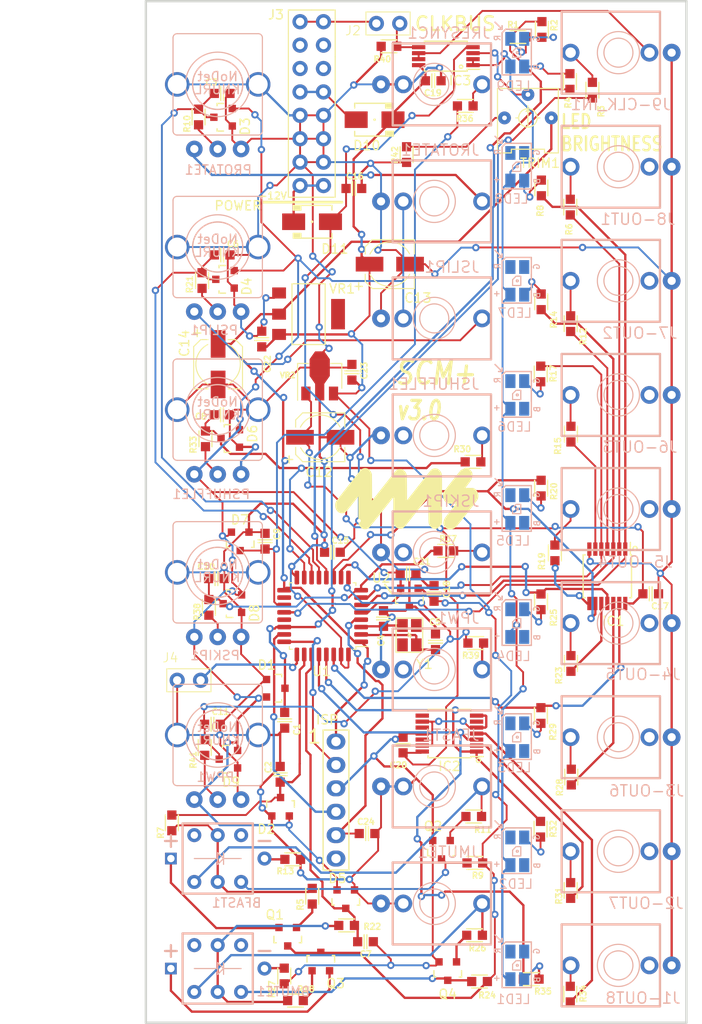
<source format=kicad_pcb>
(kicad_pcb (version 20211014) (generator pcbnew)
  (layers (0 "F.Cu" signal) (31 "B.Cu" signal) (34 "B.Paste" user) (35 "F.Paste" user) (36 "B.SilkS" user "B.Silkscreen") (37 "F.SilkS" user "F.Silkscreen") (38 "B.Mask" user) (39 "F.Mask" user) (44 "Edge.Cuts" user))
  (net 0 "")
  (net 1 "GND")
  (net 2 "Net-(J5-OUT4-Pad1)")
  (net 3 "Net-(BFAST1-Pad8)")
  (net 4 "Net-(BFAST1-Pad7)")
  (net 5 "Net-(BMUTE1-Pad2)")
  (net 6 "Net-(BMUTE1-Pad8)")
  (net 7 "Net-(BMUTE1-Pad7)")
  (net 8 "Net-(JPW1-Pad1)")
  (net 9 "Net-(JRESYNC1-Pad1)")
  (net 10 "Net-(JROTATE1-Pad1)")
  (net 11 "Net-(JSHUFFLE1-Pad1)")
  (net 12 "Net-(JSKIP1-Pad1)")
  (net 13 "Net-(JSLIP1-Pad1)")
  (net 14 "Net-(BFAST1-Pad6)")
  (net 15 "Net-(BFAST1-Pad2)")
  (net 16 "Net-(BFAST1-Pad4)")
  (net 19 "Net-(BMUTE1-Pad6)")
  (net 20 "Net-(BMUTE1-Pad4)")
  (net 23 "/UC_CLK_IN")
  (net 24 "/UC_FAST")
  (net 25 "/UC_ROTATE")
  (net 26 "Net-(C4-Pad1)")
  (net 27 "Net-(C5-Pad1)")
  (net 28 "/UC_SLIP")
  (net 29 "/UC_MUTE")
  (net 30 "/UC_SHUFFLE")
  (net 31 "/UC_SYNC")
  (net 32 "/UC_SKIP")
  (net 33 "/UC_PW")
  (net 34 "+8V")
  (net 35 "+12V")
  (net 36 "-12VA")
  (net 37 "Net-(D10-Pad2)")
  (net 38 "+3V3")
  (net 39 "/UC_OUT1")
  (net 40 "Net-(IC1-Pad2)")
  (net 41 "/UC_OUT2")
  (net 42 "Net-(IC1-Pad4)")
  (net 43 "/UC_OUT3")
  (net 44 "Net-(IC1-Pad6)")
  (net 45 "Net-(IC1-Pad8)")
  (net 46 "/UC_OUT7")
  (net 47 "Net-(IC2-Pad2)")
  (net 48 "/UC_OUT8")
  (net 49 "Net-(IC2-Pad4)")
  (net 51 "/VREF")
  (net 52 "Net-(IC3-Pad3)")
  (net 53 "Net-(IC3-Pad5)")
  (net 54 "/IN-SW")
  (net 55 "+3.3VA")
  (net 61 "Net-(J1-OUT8-Pad1)")
  (net 63 "Net-(J2-OUT7-Pad1)")
  (net 65 "Net-(J3-OUT6-Pad1)")
  (net 67 "Net-(J4-OUT5-Pad1)")
  (net 70 "Net-(J6-OUT3-Pad1)")
  (net 72 "Net-(J7-OUT2-Pad1)")
  (net 74 "Net-(J8-OUT1-Pad1)")
  (net 79 "Net-(LED1-Pad3)")
  (net 81 "Net-(LED2-Pad4)")
  (net 84 "Net-(LED3-Pad4)")
  (net 87 "Net-(LED4-Pad4)")
  (net 90 "Net-(LED5-Pad4)")
  (net 93 "Net-(LED6-Pad4)")
  (net 97 "Net-(LED7-Pad3)")
  (net 100 "Net-(LED8-Pad3)")
  (net 102 "Net-(LED9-Pad4)")
  (net 103 "Net-(LED9-Pad3)")
  (net 104 "Net-(LED9-Pad1)")
  (net 105 "Net-(Q1-Pad1)")
  (net 106 "Net-(Q2-Pad1)")
  (net 107 "Net-(Q3-Pad1)")
  (net 108 "Net-(Q4-Pad1)")
  (net 109 "/UC_LED_IN")
  (net 110 "/RESET")
  (net 111 "Net-(R42-Pad1)")
  (net 112 "Net-(D11-Pad1)")
  (net 113 "Net-(J9-CLK_IN1-Pad1)")
  (net 114 "Net-(IC1-Pad10)")
  (net 115 "Net-(IC1-Pad12)")
  (net 119 "/UC_OUT4")
  (net 120 "/UC_OUT5")
  (net 121 "/UC_OUT6")
  (net 122 "/SWDIO")
  (net 124 "/CLKBUS_PWRHDR")
  (net 125 "/FREERUN_JMP")
  (net 128 "/SWCLK")
  (net 129 "Net-(PPW1-Pad2)")
  (net 130 "Net-(PROTATE1-Pad2)")
  (net 131 "Net-(PSHUFFLE1-Pad2)")
  (net 132 "Net-(PSKIP1-Pad2)")
  (net 133 "Net-(PSLIP1-Pad2)")
  (footprint "4ms_Package_SOT:SOT223" (layer "F.Cu") (at 17.660112 33.96996 -90)
    (fp_text reference "VR1")
    (fp_text value "LD1117S33")
  )
  (footprint "4ms_Resistor:R_0603" (layer "F.Cu") (at 42.86 40.46 -90)
    (fp_text reference "R17")
    (fp_text value "4.7k_0603")
  )
  (footprint "4ms_Capacitor:C_0603" (layer "F.Cu") (at 31.281624 64.276224 90)
    (fp_text reference "C18")
    (fp_text value "0.1uF_0603_16V")
  )
  (footprint "4ms_Capacitor:C_0603" (layer "F.Cu") (at 24.01 90.34)
    (fp_text reference "C24")
    (fp_text value "0.1uF_0603_16V")
  )
  (footprint "4ms_Connector:Pins_1x02_2.54mm_TH" (layer "F.Cu") (at 4.670552 73.70572 -90)
    (fp_text reference "J4")
    (fp_text value "Conn_01x02")
  )
  (footprint "4ms_Connector:Pins_2x08_2.54mm_TH" (layer "F.Cu") (at 18.01 11.12)
    (fp_text reference "J3")
    (fp_text value "POWER")
  )
  (footprint "4ms_Capacitor:C_0603" (layer "F.Cu") (at 54.8 64.32)
    (fp_text reference "C17")
    (fp_text value "0.1uF_0603_16V")
  )
  (footprint "4ms_Crystal:FA-238" (layer "F.Cu") (at 28.604464 68.811648 -90)
    (fp_text reference "Y1")
    (fp_text value "16MHz_18pF_FA238")
  )
  (footprint "4ms_Resistor:R_0603" (layer "F.Cu") (at 46.11 35 90)
    (fp_text reference "R12")
    (fp_text value "1k_0603")
  )
  (footprint "4ms_Resistor:R_0603" (layer "F.Cu") (at 46.07 107.77 90)
    (fp_text reference "R34")
    (fp_text value "1k_0603")
  )
  (footprint "4ms_Resistor:R_0603" (layer "F.Cu") (at 6.1 30.32 90)
    (fp_text reference "R21")
    (fp_text value "470R_0805_350mW")
  )
  (footprint "4ms_Resistor:R_0603" (layer "F.Cu") (at 28.3 16.65 -90)
    (fp_text reference "R42")
    (fp_text value "10k_0603")
  )
  (footprint "4ms_Capacitor:C_0603" (layer "F.Cu") (at 31.441136 69.520816 90)
    (fp_text reference "C5")
    (fp_text value "9pF_0603_50V")
  )
  (footprint "4ms_Resistor:R_0603" (layer "F.Cu") (at 21.79 100.31 180)
    (fp_text reference "R22")
    (fp_text value "470R_0805_350mW")
  )
  (footprint "4ms_Resistor:R_0603" (layer "F.Cu") (at 46.18 84.21 90)
    (fp_text reference "R28")
    (fp_text value "1k_0603")
  )
  (footprint "4ms_Package_SOT:SOT23-3_PO132" (layer "F.Cu") (at 8.59 30.19 90)
    (fp_text reference "D4")
    (fp_text value "BAT54S")
  )
  (footprint "4ms_Resistor:R_0603" (layer "F.Cu") (at 32.56 59.66 180)
    (fp_text reference "R37")
    (fp_text value "100k_0603")
  )
  (footprint "4ms_Package_SOT:SOT23-3_PO132" (layer "F.Cu") (at 32.77 105.27 180)
    (fp_text reference "Q4")
    (fp_text value "Si2318")
  )
  (footprint "4ms_Resistor:R_0603" (layer "F.Cu") (at 42.93 20.27 90)
    (fp_text reference "R8")
    (fp_text value "4.7k_0603")
  )
  (footprint "4ms_Package_SOT:SOT23-3_PO132" (layer "F.Cu") (at 32.09 92.1 180)
    (fp_text reference "Q2")
    (fp_text value "Si2318")
  )
  (footprint "4ms_Package_SOT:SOT23-3_PO132" (layer "F.Cu") (at 21.7 97.46 180)
    (fp_text reference "D5")
    (fp_text value "BAT54S")
  )
  (footprint "4ms_Capacitor:C_0603" (layer "F.Cu") (at 7.23 78.48)
    (fp_text reference "C11")
    (fp_text value "1nF_0603_50V")
  )
  (footprint "4ms_Package_SOT:SOT23-3_PO132" (layer "F.Cu") (at 28.604464 64.718184 180)
    (fp_text reference "U2")
    (fp_text value "AP7384-33")
  )
  (footprint "4ms_Resistor:R_0603" (layer "F.Cu") (at 46.14 71.88 90)
    (fp_text reference "R23")
    (fp_text value "1k_0603")
  )
  (footprint "4ms_Diode:D_SMA" (layer "F.Cu") (at 18.04 23.94)
    (fp_text reference "D11")
    (fp_text value "B140-E3")
  )
  (footprint "4ms_Package_SSOP:TSSOP-14_4.4x5mm_P0.65mm" (layer "F.Cu") (at 32.95 79.49 180)
    (fp_text reference "IC2")
    (fp_text value "40106")
  )
  (footprint "4ms_Resistor:R_0603" (layer "F.Cu") (at 41.83 106.14)
    (fp_text reference "R35")
    (fp_text value "4.7k_0603")
  )
  (footprint "4ms_Capacitor:C_0603" (layer "F.Cu") (at 20.25 59.81 180)
    (fp_text reference "C15")
    (fp_text value "0.1uF_0603_16V")
  )
  (footprint "4ms_Capacitor:C_0603" (layer "F.Cu") (at 22.58 20.33)
    (fp_text reference "C16")
    (fp_text value "0.1uF_0603_16V")
  )
  (footprint "4ms_Resistor:R_0603" (layer "F.Cu") (at 42.91 32.63 90)
    (fp_text reference "R14")
    (fp_text value "4.7k_0603")
  )
  (footprint "4ms_Resistor:R_0603" (layer "F.Cu") (at 35.68 101.38)
    (fp_text reference "R26")
    (fp_text value "100k_0603")
  )
  (footprint "4ms_Capacitor:C_0603" (layer "F.Cu") (at 8.28 27.54)
    (fp_text reference "C6")
    (fp_text value "330pF_0603_35V")
  )
  (footprint "4ms_Resistor:R_0603" (layer "F.Cu") (at 6.39 81 90)
    (fp_text reference "R41")
    (fp_text value "100k_0603")
  )
  (footprint "4ms_Resistor:R_0603" (layer "F.Cu") (at 2.82 89.18 -90)
    (fp_text reference "R7")
    (fp_text value "470R_0805_350mW")
  )
  (footprint "4ms_Resistor:R_0603" (layer "F.Cu") (at 35.71 93.53)
    (fp_text reference "R9")
    (fp_text value "10k_0603")
  )
  (footprint "4ms_Package_SOT:SOT23-3_PO132" (layer "F.Cu") (at 14.62 87.43)
    (fp_text reference "D2")
    (fp_text value "BAT54S")
  )
  (footprint "4ms_Capacitor:C_0603" (layer "F.Cu") (at 27.92 80.73 90)
    (fp_text reference "C20")
    (fp_text value "0.1uF_0603_16V")
  )
  (footprint "4ms_Resistor:R_0603" (layer "F.Cu") (at 44.4 59.88 90)
    (fp_text reference "R19")
    (fp_text value "1k_0603")
  )
  (footprint "4ms_Capacitor:C_0603" (layer "F.Cu") (at 28.459176 62.159896)
    (fp_text reference "C21")
    (fp_text value "10uF_0603_10V")
  )
  (footprint "4ms_Capacitor:C_0603" (layer "F.Cu") (at 25.797256 67.00012 90)
    (fp_text reference "C4")
    (fp_text value "9pF_0603_50V")
  )
  (footprint "4ms_Package_SSOP:TSSOP-14_4.4x5mm_P0.65mm" (layer "F.Cu") (at 50.09 62.42 -90)
    (fp_text reference "IC1")
    (fp_text value "40106")
  )
  (footprint "4ms_Capacitor:C_0603" (layer "F.Cu") (at 7.66 62.67)
    (fp_text reference "C10")
    (fp_text value "1nF_0603_50V")
  )
  (footprint "4ms_Capacitor:C_0603" (layer "F.Cu") (at 8.28 10.01)
    (fp_text reference "C3")
    (fp_text value "330pF_0603_35V")
  )
  (footprint "4ms_Capacitor:CP_Elec_5x5.3" (layer "F.Cu") (at 18.93 47.33)
    (fp_text reference "C12")
    (fp_text value "47uF_5x5.3_16V")
  )
  (footprint "4ms_Capacitor:CP_Elec_5x5.3" (layer "F.Cu") (at 7.84 39.4 -90)
    (fp_text reference "C14")
    (fp_text value "47uF_5x5.3_16V")
  )
  (footprint "4ms_Resistor:R_0603" (layer "F.Cu") (at 40.39 3.89)
    (fp_text reference "R1")
    (fp_text value "4.7k_0603")
  )
  (footprint "4ms_Potentiometer:Pot_Trim_7x6.6mm_T73YE" (layer "F.Cu") (at 41.47 12.67)
    (fp_text reference "TRIM1")
    (fp_text value "TrimPot_T73YEt_10k")
  )
  (footprint "4ms_Connector:Pins_1x06_2.54mm_TH_SWD" (layer "F.Cu") (at 20.638008 86.70544)
    (fp_text reference "J1" hide)
    (fp_text value "Conn_01x06")
  )
  (footprint "4ms_Resistor:R_0603" (layer "F.Cu") (at 16.24 108.47 180)
    (fp_text reference "R18")
    (fp_text value "100k_0603")
  )
  (footprint "4ms_Resistor:R_0603" (layer "F.Cu") (at 35.59 88.49)
    (fp_text reference "R11")
    (fp_text value "100k_0603")
  )
  (footprint "4ms_Resistor:R_0603" (layer "F.Cu") (at 6.84 65.79 90)
    (fp_text reference "R38")
    (fp_text value "100k_0603")
  )
  (footprint "4ms_Capacitor:C_0603" (layer "F.Cu") (at 22.365208 40.27424 90)
    (fp_text reference "C23")
    (fp_text value "0.1uF_0603_16V")
  )
  (footprint "4ms_Resistor:R_0603" (layer "F.Cu") (at 34.67 11.37 180)
    (fp_text reference "R36")
    (fp_text value "470R_0805_350mW")
  )
  (footprint "4ms_Package_SSOP:TSSOP-8_4.4x3mm_Pitch0.65mm" (layer "F.Cu") (at 32.56 5.97 180)
    (fp_text reference "IC3")
    (fp_text value "TL082")
  )
  (footprint "4ms_Resistor:R_0603" (layer "F.Cu") (at 46.03 8.72 90)
    (fp_text reference "R4")
    (fp_text value "10k_0603")
  )
  (footprint "4ms_Capacitor:C_0603" (layer "F.Cu") (at 12.579096 36.669472 90)
    (fp_text reference "C22")
    (fp_text value "0.1uF_0603_16V")
  )
  (footprint "4ms_Package_SOT:SOT23-3_PO132" (layer "F.Cu") (at 8.38 12.6 90)
    (fp_text reference "D3")
    (fp_text value "BAT54S")
  )
  (footprint "4ms_Resistor:R_0603" (layer "F.Cu") (at 6.47 47.5 90)
    (fp_text reference "R33")
    (fp_text value "100k_0603")
  )
  (footprint "4ms_Resistor:R_0603" (layer "F.Cu") (at 42.89 65.19 -90)
    (fp_text reference "R25")
    (fp_text value "4.7k_0603")
  )
  (footprint "4ms_Resistor:R_0603" (layer "F.Cu") (at 42.9 52.85 -90)
    (fp_text reference "R20")
    (fp_text value "4.7k_0603")
  )
  (footprint "4ms_Package_SOT:SOT23-3_PO132" (layer "F.Cu") (at 15.4 101.54 180)
    (fp_text reference "Q1")
    (fp_text value "Si2318")
  )
  (footprint "4ms_Symbol:4msLogo_15.5x6.6mm" (layer "F.Cu") (at 28.32 53.96)
    (fp_text reference "LOGO1" hide)
    (fp_text value "LOGO" hide)
  )
  (footprint "4ms_Package_SOT:SOT89-3" (layer "F.Cu") (at 18.87 41.1 90)
    (fp_text reference "VR2")
    (fp_text value "UA78L08")
  )
  (footprint "4ms_Resistor:R_0603" (layer "F.Cu") (at 46.11 96.52 90)
    (fp_text reference "R31")
    (fp_text value "1k_0603")
  )
  (footprint "4ms_Resistor:R_0603" (layer "F.Cu") (at 15.94 93.14 180)
    (fp_text reference "R13")
    (fp_text value "470R_0805_350mW")
  )
  (footprint "4ms_Resistor:R_0603" (layer "F.Cu") (at 26.39 4.9 180)
    (fp_text reference "R40")
    (fp_text value "470k_0603")
  )
  (footprint "4ms_Resistor:R_0603" (layer "F.Cu") (at 42.84 89.87 -90)
    (fp_text reference "R32")
    (fp_text value "4.7k_0603")
  )
  (footprint "4ms_Diode:D_SMA" (layer "F.Cu") (at 24.82596 12.86256 180)
    (fp_text reference "D10")
    (fp_text value "B140-E3")
  )
  (footprint "4ms_Capacitor:CP_Elec_5x5.3" (layer "F.Cu") (at 26.48 28.54)
    (fp_text reference "C13")
    (fp_text value "47uF_5x5.3_16V")
  )
  (footprint "4ms_Package_SOT:SOT23-3_PO132" (layer "F.Cu") (at 9.16 47.46 90)
    (fp_text reference "D6")
    (fp_text value "BAT54S")
  )
  (footprint "4ms_Resistor:R_0603" (layer "F.Cu") (at 5.72 12.57 90)
    (fp_text reference "R10")
    (fp_text value "470R_0805_350mW")
  )
  (footprint "4ms_Resistor:R_0603" (layer "F.Cu") (at 42.88 77.53 -90)
    (fp_text reference "R29")
    (fp_text value "4.7k_0603")
  )
  (footprint "4ms_Resistor:R_0603" (layer "F.Cu") (at 15.02 105.8 90)
    (fp_text reference "R27")
    (fp_text value "470R_0805_350mW")
  )
  (footprint "4ms_Capacitor:C_0603" (layer "F.Cu") (at 14.58 83.91 90)
    (fp_text reference "C2")
    (fp_text value "1nF_0603_50V")
  )
  (footprint "4ms_Capacitor:C_0603" (layer "F.Cu") (at 8.26 44.89)
    (fp_text reference "C8")
    (fp_text value "1nF_0603_50V")
  )
  (footprint "4ms_Package_SOT:SOT23-3_PO132" (layer "F.Cu") (at 14.1 74.57 -90)
    (fp_text reference "D1")
    (fp_text value "BAT54S")
  )
  (footprint "4ms_Resistor:R_0603" (layer "F.Cu") (at 36.22 106.4)
    (fp_text reference "R24")
    (fp_text value "10k_0603")
  )
  (footprint "4ms_Resistor:R_0603" (layer "F.Cu") (at 46.14 46.99 90)
    (fp_text reference "R15")
    (fp_text value "1k_0603")
  )
  (footprint "4ms_Connector:Pins_1x02_2.54mm_TH" (layer "F.Cu") (at 26.29 2.42 -90)
    (fp_text reference "J2")
    (fp_text value "Conn_01x02")
  )
  (footprint "4ms_Package_SOT:SOT23-3_PO132" (layer "F.Cu") (at 10.24 58.63 180)
    (fp_text reference "D7")
    (fp_text value "BAT54S")
  )
  (footprint "4ms_Resistor:R_0603" (layer "F.Cu") (at 35.810952 69.668136 180)
    (fp_text reference "R39")
    (fp_text value "100k_0603")
  )
  (footprint "4ms_Package_SOT:SOT23-3_PO132" (layer "F.Cu") (at 8.96 82.27 90)
    (fp_text reference "D9")
    (fp_text value "BAT54S")
  )
  (footprint "4ms_Resistor:R_0603" (layer "F.Cu") (at 48.47 9.66 -90)
    (fp_text reference "R3")
    (fp_text value "470R_0805_350mW")
  )
  (footprint "4ms_Resistor:R_0603" (layer "F.Cu") (at 46.07 22.35 90)
    (fp_text reference "R6")
    (fp_text value "1k_0603")
  )
  (footprint "4ms_Capacitor:C_0603" (layer "F.Cu") (at 12.94 58.61 90)
    (fp_text reference "C9")
    (fp_text value "1nF_0603_50V")
  )
  (footprint "4ms_Capacitor:C_0603" (layer "F.Cu") (at 23.84 102.08)
    (fp_text reference "C7")
    (fp_text value "1nF_0603_50V")
  )
  (footprint "Package_QFP:LQFP-32_7x7mm_P0.8mm" (layer "F.Cu") (at 19.19 66.73 180)
    (fp_text reference "U1")
    (fp_text value "STM32F030K6Tx")
  )
  (footprint "4ms_Resistor:R_0603" (layer "F.Cu") (at 18.06 97.14 90)
    (fp_text reference "R5")
    (fp_text value "100k_0603")
  )
  (footprint "4ms_Capacitor:C_0603" (layer "F.Cu") (at 15.07 78.05 -90)
    (fp_text reference "C1")
    (fp_text value "330pF_0603_35V")
  )
  (footprint "4ms_Resistor:R_0603" (layer "F.Cu") (at 35.51 50 180)
    (fp_text reference "R30")
    (fp_text value "100k_0603")
  )
  (footprint "4ms_Capacitor:C_0603" (layer "F.Cu") (at 31.194248 8.639048)
    (fp_text reference "C19")
    (fp_text value "0.1uF_0603_16V")
  )
  (footprint "4ms_Package_SOT:SOT23-3_PO132" (layer "F.Cu") (at 9.39 65.39 90)
    (fp_text reference "D8")
    (fp_text value "BAT54S")
  )
  (footprint "4ms_Resistor:R_0603" (layer "F.Cu") (at 42.99 3.07 -90)
    (fp_text reference "R2")
    (fp_text value "4.7k_0603")
  )
  (footprint "4ms_Package_SOT:SOT23-3_PO132" (layer "F.Cu") (at 18.99 104.23)
    (fp_text reference "Q3")
    (fp_text value "Si2318")
  )
  (footprint "4ms_Jack:EighthInch_PJ398SM" (layer "B.Cu") (at 51.308 17.9705)
    (fp_text reference "J8-OUT1")
    (fp_text value "JACK-MONO-SWB" hide)
  )
  (footprint "4ms_Switch:Button_LED_PB61303" (layer "B.Cu") (at 7.7978 93.0529 180)
    (fp_text reference "BFAST1")
    (fp_text value "Button_DPDT_Orange_Latching")
  )
  (footprint "4ms_Jack:EighthInch_PJ398SM" (layer "B.Cu") (at 31.2928 9.0297 180)
    (fp_text reference "JRESYNC1")
    (fp_text value "JRESYNC" hide)
  )
  (footprint "4ms_Jack:EighthInch_PJ398SM" (layer "B.Cu") (at 31.2928 34.4297 180)
    (fp_text reference "JSLIP1")
    (fp_text value "JSLIP" hide)
  )
  (footprint "4ms_Potentiometer:Pot_9mm_Knurl_NoDet" (layer "B.Cu") (at 7.7978 44.3357)
    (fp_text reference "PSHUFFLE1")
    (fp_text value "9mm_NoDet_100k_Knurled_Lined")
  )
  (footprint "4ms_LED:LED_PLCC-4" (layer "B.Cu") (at 40.31742 92.2655 -90)
    (fp_text reference "LED2")
    (fp_text value "GREEN" hide)
  )
  (footprint "4ms_Jack:EighthInch_PJ398SM" (layer "B.Cu") (at 51.308 30.353)
    (fp_text reference "J7-OUT2")
    (fp_text value "JACK-MONO-SWB" hide)
  )
  (footprint "4ms_Jack:EighthInch_PJ398SM" (layer "B.Cu") (at 51.308 42.7355)
    (fp_text reference "J6-OUT3")
    (fp_text value "JACK-MONO-SWB" hide)
  )
  (footprint "4ms_Potentiometer:Pot_9mm_Knurl_NoDet" (layer "B.Cu") (at 7.7978 26.6827)
    (fp_text reference "PSLIP1")
    (fp_text value "9mm_NoDet_100k_Knurled_Lined")
  )
  (footprint "4ms_Potentiometer:Pot_9mm_Knurl_NoDet" (layer "B.Cu") (at 7.7978 79.6417)
    (fp_text reference "PPW1")
    (fp_text value "9mm_NoDet_100k_Knurled_Lined")
  )
  (footprint "4ms_Jack:EighthInch_PJ398SM" (layer "B.Cu") (at 51.308 104.648)
    (fp_text reference "J1-OUT8")
    (fp_text value "JACK-MONO-SWB" hide)
  )
  (footprint "4ms_Jack:EighthInch_PJ398SM" (layer "B.Cu") (at 31.2928 72.5297 180)
    (fp_text reference "JPW1")
    (fp_text value "JPW" hide)
  )
  (footprint "4ms_Jack:EighthInch_PJ398SM" (layer "B.Cu") (at 31.2928 97.9297 180)
    (fp_text reference "JMUTE1")
    (fp_text value "3.5mm_Stereo_SymSmall_0.05" hide)
  )
  (footprint "4ms_Switch:Button_LED_PB61303" (layer "B.Cu") (at 7.7978 104.9909 180)
    (fp_text reference "BMUTE1")
    (fp_text value "Button_DPDT_Orange_Latching")
  )
  (footprint "4ms_Jack:EighthInch_PJ398SM" (layer "B.Cu") (at 51.308 5.588)
    (fp_text reference "J9-CLK_IN1")
    (fp_text value "JCLK_IN" hide)
  )
  (footprint "4ms_Jack:EighthInch_PJ398SM" (layer "B.Cu") (at 31.2928 59.8297 180)
    (fp_text reference "JSKIP1")
    (fp_text value "JSKIP" hide)
  )
  (footprint "4ms_Jack:EighthInch_PJ398SM" (layer "B.Cu") (at 51.308 92.2655)
    (fp_text reference "J2-OUT7")
    (fp_text value "JACK-MONO-SWB" hide)
  )
  (footprint "4ms_Jack:EighthInch_PJ398SM" (layer "B.Cu") (at 51.308 67.5005)
    (fp_text reference "J4-OUT5")
    (fp_text value "JACK-MONO-SWB" hide)
  )
  (footprint "4ms_Jack:EighthInch_PJ398SM" (layer "B.Cu") (at 31.2928 47.1297 180)
    (fp_text reference "JSHUFFLE1")
    (fp_text value "JSHUFFLE" hide)
  )
  (footprint "4ms_Jack:EighthInch_PJ398SM" (layer "B.Cu") (at 31.2928 85.2297 180)
    (fp_text reference "JFAST1")
    (fp_text value "3.5mm_Stereo_SymSmall_0.05" hide)
  )
  (footprint "4ms_LED:LED_PLCC-4" (layer "B.Cu") (at 40.31742 42.7355 -90)
    (fp_text reference "LED6")
    (fp_text value "GREEN" hide)
  )
  (footprint "4ms_Potentiometer:Pot_9mm_Knurl_NoDet" (layer "B.Cu") (at 7.7978 61.9887)
    (fp_text reference "PSKIP1")
    (fp_text value "9mm_NoDet_100k_Knurled_Lined")
  )
  (footprint "4ms_LED:LED_PLCC-4" (layer "B.Cu") (at 40.31742 5.588 -90)
    (fp_text reference "LED9")
    (fp_text value "WHITE" hide)
  )
  (footprint "4ms_Potentiometer:Pot_9mm_Knurl_NoDet" (layer "B.Cu") (at 7.7978 9.0297)
    (fp_text reference "PROTATE1")
    (fp_text value "9mm_NoDet_100k_Knurled_Lined")
  )
  (footprint "4ms_LED:LED_PLCC-4" (layer "B.Cu") (at 40.31742 30.353 -90)
    (fp_text reference "LED7")
    (fp_text value "BLUE" hide)
  )
  (footprint "4ms_LED:LED_PLCC-4" (layer "B.Cu") (at 40.31742 67.5005 -90)
    (fp_text reference "LED4")
    (fp_text value "GREEN" hide)
  )
  (footprint "4ms_Jack:EighthInch_PJ398SM" (layer "B.Cu") (at 51.308 79.883)
    (fp_text reference "J3-OUT6")
    (fp_text value "JACK-MONO-SWB" hide)
  )
  (footprint "4ms_LED:LED_PLCC-4" (layer "B.Cu") (at 40.31742 17.9705 -90)
    (fp_text reference "LED8")
    (fp_text value "BLUE" hide)
  )
  (footprint "4ms_LED:LED_PLCC-4" (layer "B.Cu") (at 40.31742 55.118 -90)
    (fp_text reference "LED5")
    (fp_text value "GREEN" hide)
  )
  (footprint "4ms_LED:LED_PLCC-4" (layer "B.Cu") (at 40.31742 79.883 -90)
    (fp_text reference "LED3")
    (fp_text value "GREEN" hide)
  )
  (footprint "4ms_Jack:EighthInch_PJ398SM" (layer "B.Cu") (at 51.308 55.118)
    (fp_text reference "J5-OUT4")
    (fp_text value "JACK-MONO-SWB" hide)
  )
  (footprint "4ms_Jack:EighthInch_PJ398SM" (layer "B.Cu") (at 31.2928 21.7297 180)
    (fp_text reference "JROTATE1")
    (fp_text value "JROTATE" hide)
  )
  (footprint "4ms_LED:LED_PLCC-4" (layer "B.Cu") (at 40.31742 104.648 -90)
    (fp_text reference "LED1")
    (fp_text value "BLUE" hide)
  )
  (gr_line (start 25.951688 63.315088) (end 26.676096 64.270128) (layer "F.SilkS") (width 0.2))
  (gr_circle (center 36.1 82.4) (end 36.3 82.5) (layer "F.SilkS") (width 0.15) (fill none))
  (gr_line (start 12.73 21.81) (end 21.281326 21.81222) (layer "F.SilkS") (width 0.3))
  (gr_circle (center 53.1 59.4) (end 53.3 59.5) (layer "F.SilkS") (width 0.15) (fill none))
  (gr_line (start 58.674 0) (end 58.674 110.871) (layer "Edge.Cuts") (width 0.254))
  (gr_line (start 58.674 110.871) (end 0 110.871) (layer "Edge.Cuts") (width 0.254))
  (gr_line (start 0 0) (end 58.674 0) (layer "Edge.Cuts") (width 0.254))
  (gr_line (start 0 110.871) (end 0 0) (layer "Edge.Cuts") (width 0.254))
  (gr_text "-12V" (at 13.77 21.13) (layer "F.SilkS") (effects (font (size 0.762 0.762))))
  (gr_text "CLKBUS" (at 33.58 2.45) (layer "F.SilkS") (effects (font (size 1.5 1.5) (thickness 0.25))))
  (gr_text "SCM+" (at 26.92 40.35) (layer "F.SilkS") (effects (font (size 2.5 2) (thickness 0.35) italic) (justify left)))
  (gr_text "v3.0" (at 27.05 44.42) (layer "F.SilkS") (effects (font (size 2 1.5) (thickness 0.35) italic) (justify left)))
  (gr_text "ISP" (at 19.677888 77.98308) (layer "F.SilkS") (effects (font (size 1 1))))
  (gr_text "POWER" (at 10 22.2) (layer "F.SilkS") (effects (font (size 1 1))))
  (gr_text "LED\nBRIGHTNESS" (at 44.931584 14.289024) (layer "F.SilkS") (effects (font (size 1.5 1.2) (thickness 0.25)) (justify left)))
  (segment (start 25.527 55.027) (end 22.34 51.84) (width 0.2032) (layer "F.Cu") (net 1))
  (segment (start 13.09924 73.62) (end 12.94 73.62) (width 0.2032) (layer "F.Cu") (net 1))
  (segment (start 11.894312 48.37684) (end 10.19392 48.37684) (width 0.25) (layer "F.Cu") (net 1))
  (segment (start 28.170748 66.15012) (end 28.604464 65.716404) (width 0.25) (layer "F.Cu") (net 1))
  (segment (start 55.65 62.29) (end 55.65 64.32) (width 0.2032) (layer "F.Cu") (net 1))
  (segment (start 9.96076 86.277066) (end 10.337637 86.653943) (width 0.2032) (layer "F.Cu") (net 1))
  (segment (start 16.74 17.47) (end 14.214487 19.995513) (width 0.2032) (layer "F.Cu") (net 1))
  (segment (start 16.75952 39.7665) (end 12.192163 44.333857) (width 0.2032) (layer "F.Cu") (net 1))
  (segment (start 36.949511 77.614511) (end 36.949511 78.739511) (width 0.25) (layer "F.Cu") (net 1))
  (segment (start 25.527 89.673) (end 24.86 90.34) (width 0.2032) (layer "F.Cu") (net 1))
  (segment (start 11.19 57.62924) (end 10.58675 57.62924) (width 0.2032) (layer "F.Cu") (net 1))
  (segment (start 57.0738 104.648) (end 57.0738 92.2655) (width 0.25) (layer "F.Cu") (net 1))
  (segment (start 32.044248 7.410312) (end 31.87192 7.237984) (width 0.25) (layer "F.Cu") (net 1))
  (segment (start 19.617528 37.685472) (end 18.87 38.433) (width 0.2032) (layer "F.Cu") (net 1))
  (segment (start 8.889599 30.438839) (end 9.59076 31.14) (width 0.2032) (layer "F.Cu") (net 1))
  (segment (start 27.306984 79.88) (end 27.080464 80.10652) (width 0.25) (layer "F.Cu") (net 1))
  (segment (start 30.3 28.54) (end 31.37 29.61) (width 0.2032) (layer "F.Cu") (net 1))
  (segment (start 16.74 17.47) (end 18.117312 18.847312) (width 0.2032) (layer "F.Cu") (net 1))
  (segment (start 28.4703 85.2297) (end 29.34 84.36) (width 0.25) (layer "F.Cu") (net 1))
  (segment (start 13.67 90.02) (end 13.67 89.21) (width 0.25) (layer "F.Cu") (net 1))
  (segment (start 31.76 78.19) (end 31.79 78.16) (width 0.2032) (layer "F.Cu") (net 1))
  (segment (start 16.79 93.14) (end 16.79 94.59) (width 0.25) (layer "F.Cu") (net 1))
  (segment (start 21.13 48.5) (end 21.13 47.33) (width 0.2032) (layer "F.Cu") (net 1))
  (segment (start 10.39076 66.007508) (end 8.51 64.126748) (width 0.2032) (layer "F.Cu") (net 1))
  (segment (start 11.19 57.62924) (end 11.19 55.77) (width 0.25) (layer "F.Cu") (net 1))
  (segment (start 25.527 85.2297) (end 25.527 89.673) (width 0.2032) (layer "F.Cu") (net 1))
  (segment (start 31.441136 67.903026) (end 31.441136 68.670816) (width 0.25) (layer "F.Cu") (net 1))
  (segment (start 18.87 39.7665) (end 22.022948 39.7665) (width 0.2032) (layer "F.Cu") (net 1))
  (segment (start 25.54 6.13) (end 22.57 9.1) (width 0.25) (layer "F.Cu") (net 1))
  (segment (start 21.19 71.93) (end 21.6 72.34) (width 0.2032) (layer "F.Cu") (net 1))
  (segment (start 28.31 79.49) (end 30 79.49) (width 0.2032) (layer "F.Cu") (net 1))
  (segment (start 31.09 80.6282) (end 31.09 79.3282) (width 0.2032) (layer "F.Cu") (net 1))
  (segment (start 24.12046 97.9297) (end 22.65 96.45924) (width 0.2032) (layer "F.Cu") (net 1))
  (segment (start 11.19 55.77) (end 12.42 54.54) (width 0.25) (layer "F.Cu") (net 1))
  (segment (start 25.527 31.693) (end 28.68 28.54) (width 0.2032) (layer "F.Cu") (net 1))
  (segment (start 12.94 73.62) (end 8.08 78.48) (width 0.2032) (layer "F.Cu") (net 1))
  (segment (start 21.99 72.28) (end 21.99 70.905) (width 0.2032) (layer "F.Cu") (net 1))
  (segment (start 8.08 78.48) (end 8.08 79.58) (width 0.2032) (layer "F.Cu") (net 1))
  (segment (start 47.4 26.73) (end 35.84 26.73) (width 0.2032) (layer "F.Cu") (net 1))
  (segment (start 16.74 14.93) (end 11.44958 14.93) (width 0.2032) (layer "F.Cu") (net 1))
  (segment (start 30.949022 80.79) (end 30 80.79) (width 0.25) (layer "F.Cu") (net 1))
  (segment (start 12.192163 79.639857) (end 14.330143 79.639857) (width 0.25) (layer "F.Cu") (net 1))
  (segment (start 9.96076 83.22) (end 9.96076 86.277066) (width 0.2032) (layer "F.Cu") (net 1))
  (segment (start 8.08 80.73599) (end 9.96076 82.61675) (width 0.2032) (layer "F.Cu") (net 1))
  (segment (start 21.19 69.078492) (end 16.694564 64.583056) (width 0.2032) (layer "F.Cu") (net 1))
  (segment (start 12.80924 57.62924) (end 12.94 57.76) (width 0.2032) (layer "F.Cu") (net 1))
  (segment (start 28.68 28.54) (end 27.15 27.01) (width 0.2032) (layer "F.Cu") (net 1))
  (segment (start 16.694564 64.583056) (end 16.477488 64.583056) (width 0.2032) (layer "F.Cu") (net 1))
  (segment (start 12.42 54.54) (end 15.97 54.54) (width 0.25) (layer "F.Cu") (net 1))
  (segment (start 13.67 88.43076) (end 13.507872 88.43076) (width 0.25) (layer "F.Cu") (net 1))
  (segment (start 7.84 41.6) (end 9.454294 41.6) (width 0.2032) (layer "F.Cu") (net 1))
  (segment (start 8.08 79.58) (end 8.016457 79.643543) (width 0.2032) (layer "F.Cu") (net 1))
  (segment (start 35.9 77.54) (end 36.875 77.54) (width 0.25) (layer "F.Cu") (net 1))
  (segment (start 14.58 83.06) (end 12.458192 85.181808) (width 0.25) (layer "F.Cu") (net 1))
  (segment (start 8.889599 27.780401) (end 8.889599 30.438839) (width 0.2032) (layer "F.Cu") (net 1))
  (segment (start 15.07 78.9) (end 14.58 79.39) (width 0.25) (layer "F.Cu") (net 1))
  (segment (start 6.14098 41.6) (end 7.84 41.6) (width 0.2032) (layer "F.Cu") (net 1))
  (segment (start 24.69 102.08) (end 26.59 103.98) (width 0.2032) (layer "F.Cu") (net 1))
  (segment (start 13.928968 32.201104) (end 14.460112 31.66996) (width 0.2032) (layer "F.Cu") (net 1))
  (segment (start 31.14 103.6525) (end 31.14 91.1625) (width 0.2032) (layer "F.Cu") (net 1))
  (segment (start 25.527 97.9297) (end 27.94 97.9297) (width 0.2032) (layer "F.Cu") (net 1))
  (segment (start 34.43 78.14) (end 35.13 78.84) (width 0.2032) (layer "F.Cu") (net 1))
  (segment (start 27.92 79.88) (end 28.31 79.49) (width 0.2032) (layer "F.Cu") (net 1))
  (segment (start 10.337637 70.858397) (end 13.09924 73.62) (width 0.2032) (layer "F.Cu") (net 1))
  (segment (start 22.65 96.45924) (end 22.65 95.861052) (width 0.2032) (layer "F.Cu") (net 1))
  (segment (start 8.496808 59.719182) (end 8.496808 61.469016) (width 0.2032) (layer "F.Cu") (net 1))
  (segment (start 9.38076 13.55) (end 9.38076 15.085066) (width 0.2032) (layer "F.Cu") (net 1))
  (segment (start 16.74 17.47) (end 19.28 17.47) (width 0.2032) (layer "F.Cu") (net 1))
  (segment (start 11.33638 27.54) (end 12.191837 26.684543) (width 0.2032) (layer "F.Cu") (net 1))
  (segment (start 12.579096 35.047936) (end 12.818872 34.80816) (width 0.2032) (layer "F.Cu") (net 1))
  (segment (start 9.96076 82.61675) (end 9.96076 83.22) (width 0.2032) (layer "F.Cu") (net 1))
  (segment (start 14.58 79.39) (end 14.58 83.06) (width 0.25) (layer "F.Cu") (net 1))
  (segment (start 3.400552 73.70572) (end 3.400552 79.640658) (width 0.2032) (layer "F.Cu") (net 1))
  (segment (start 15.97 54.54) (end 19.35 57.92) (width 0.25) (layer "F.Cu") (net 1))
  (segment (start 25.527 34.4297) (end 25.527 31.693) (width 0.2032) (layer "F.Cu") (net 1))
  (segment (start 9.454294 41.6) (end 12.191837 44.337543) (width 0.2032) (layer "F.Cu") (net 1))
  (segment (start 10.39076 68.94782) (end 10.337637 69.000943) (width 0.2032) (layer "F.Cu") (net 1))
  (segment (start 16.74 14.93) (end 16.74 17.47) (width 0.2032) (layer "F.Cu") (net 1))
  (segment (start 30.575504 63.426224) (end 29.309176 62.159896) (width 0.25) (layer "F.Cu") (net 1))
  (segment (start 29.254514 65.716404) (end 31.441136 67.903026) (width 0.25) (layer "F.Cu") (net 1))
  (segment (start 16.39 62.555) (end 15.835376 62.000376) (width 0.25) (layer "F.Cu") (net 1))
  (segment (start 8.679599 10.460401) (end 8.679599 12.848839) (width 0.2032) (layer "F.Cu") (net 1))
  (segment (start 18.87 39.7665) (end 16.75952 39.7665) (width 0.2032) (layer "F.Cu") (net 1))
  (segment (start 10.39076 66.34) (end 10.39076 68.94782) (width 0.2032) (layer "F.Cu") (net 1))
  (segment (start 19.28 17.47) (end 19.28 14.93) (width 0.2032) (layer "F.Cu") (net 1))
  (segment (start 15.835376 62.000376) (end 15.835376 61.347096) (width 0.25) (layer "F.Cu") (net 1))
  (segment (start 31.14 91.1625) (end 31.14 86.16) (width 0.25) (layer "F.Cu") (net 1))
  (segment (start 57.0738 55.118) (end 57.0738 60.8662) (width 0.25) (layer "F.Cu") (net 1))
  (segment (start 28.04 83.06) (end 25.8846 83.06) (width 0.25) (layer "F.Cu") (net 1))
  (segment (start 13.507872 88.43076) (end 12.632944 87.555832) (width 0.25) (layer "F.Cu") (net 1))
  (segment (start 16.79 93.14) (end 13.67 90.02) (width 0.25) (layer "F.Cu") (net 1))
  (segment (start 31.82 104.3325) (end 31.14 103.6525) (width 0.2032) (layer "F.Cu") (net 1))
  (segment (start 9.662457 44.337543) (end 12.191837 44.337543) (width 0.2032) (layer "F.Cu") (net 1))
  (segment (start 31.09 79.3282) (end 30.9282 79.49) (width 0.2032) (layer "F.Cu") (net 1))
  (segment (start 31.281624 63.426224) (end 30.575504 63.426224) (width 0.25) (layer "F.Cu") (net 1))
  (segment (start 8.679599 12.848839) (end 9.38076 13.55) (width 0.2032) (layer "F.Cu") (net 1))
  (segment (start 8.51 64.126748) (end 8.51 62.67) (width 0.2032) (layer "F.Cu") (net 1))
  (segment (start 9.13 10.01) (end 8.679599 10.460401) (width 0.2032) (layer "F.Cu") (net 1))
  (segment (start 25.527 59.8297) (end 25.527 55.027) (width 0.2032) (layer "F.Cu") (net 1))
  (segment (start 23.43 18.56) (end 24.39 17.6) (width 0.25) (layer "F.Cu") (net 1))
  (segment (start 30 78.19) (end 30.9282 78.19) (width 0.2032) (layer "F.Cu") (net 1))
  (segment (start 19.38 49.94) (end 18.87 49.43) (width 0.25) (layer "F.Cu") (net 1))
  (segment (start 9.11 44.89) (end 9.662457 44.337543) (width 0.2032) (layer "F.Cu") (net 1))
  (segment (start 23.43 20.33) (end 23.43 18.56) (width 0.25) (layer "F.Cu") (net 1))
  (segment (start 35.84 26.73) (end 35.82 26.75) (width 0.2032) (layer "F.Cu") (net 1))
  (segment (start 28.3 17.5) (end 24.49 17.5) (width 0.2032) (layer "F.Cu") (net 1))
  (segment (start 18.87 49.43) (end 18.87 47.33) (width 0.25) (layer "F.Cu") (net 1))
  (segment (start 8.08 78.48) (end 8.08 80.73599) (width 0.2032) (layer "F.Cu") (net 1))
  (segment (start 21.19 70.905) (end 21.19 69.078492) (width 0.2032) (layer "F.Cu") (net 1))
  (segment (start 11.259312 36.336224) (end 12.062344 36.336224) (width 0.2032) (layer "F.Cu") (net 1))
  (segment (start 30.9282 78.19) (end 31.09 78.3518) (width 0.2032) (layer "F.Cu") (net 1))
  (segment (start 25.21 90.69) (end 25.21 92.201052) (width 0.2032) (layer "F.Cu") (net 1))
  (segment (start 12.458192 85.181808) (end 12.458192 85.822536) (width 0.25) (layer "F.Cu") (net 1))
  (segment (start 36.875 77.54) (end 36.949511 77.614511) (width 0.25) (layer "F.Cu") (net 1))
  (segment (start 32.044248 8.639048) (end 32.044248 7.410312) (width 0.25) (layer "F.Cu") (net 1))
  (segment (start 55.84 62.1) (end 57.0738 63.3338) (width 0.2032) (layer "F.Cu") (net 1))
  (segment (start 18.817336 30.77464) (end 18.817336 35.3822) (width 0.2032) (layer "F.Cu") (net 1))
  (segment (start 16.57 105.32) (end 15.24 106.65) (width 0.2032) (layer "F.Cu") (net 1))
  (segment (start 13.033248 32.201104) (end 13.928968 32.201104) (width 0.2032) (layer "F.Cu") (net 1))
  (segment (start 29.34 84.36) (end 28.04 83.06) (width 0.25) (layer "F.Cu") (net 1))
  (segment (start 25.8846 83.06) (end 24.753824 81.929224) (width 0.25) (layer "F.Cu") (net 1))
  (segment (start 25.527 97.9297) (end 24.12046 97.9297) (width 0.2032) (layer "F.Cu") (net 1))
  (segment (start 16.79 94.59) (end 16.8 94.6) (width 0.25) (layer "F.Cu") (net 1))
  (segment (start 30.9282 79.49) (end 30 79.49) (width 0.2032) (layer "F.Cu") (net 1))
  (segment (start 20.2184 29.373576) (end 18.817336 30.77464) (width 0.2032) (layer "F.Cu") (net 1))
  (segment (start 26.717865 66.851865) (end 26.499001 66.851865) (width 0.25) (layer "F.Cu") (net 1))
  (segment (start 3.400552 79.640658) (end 3.403437 79.643543) (width 0.2032) (layer "F.Cu") (net 1))
  (segment (start 10.58675 57.62924) (end 8.496808 59.719182) (width 0.2032) (layer "F.Cu") (net 1))
  (segment (start 26.59 103.98) (end 26.59 104.64) (width 0.2032) (layer "F.Cu") (net 1))
  (segment (start 30.42 104.67) (end 31.4825 104.67) (width 0.2032) (layer "F.Cu") (net 1))
  (segment (start 27.92 79.88) (end 27.306984 79.88) (width 0.25) (layer "F.Cu") (net 1))
  (segment (start 22.65 95.861052) (end 22.1 95.311052) (width 0.2032) (layer "F.Cu") (net 1))
  (segment (start 27.15 27.01) (end 25.19 27.01) (width 0.2032) (layer "F.Cu") (net 1))
  (segment (start 21.93 72.34) (end 21.99 72.28) (width 0.2032) (layer "F.Cu") (net 1))
  (segment (start 22.022948 39.7665) (end 22.365208 39.42424) (width 0.2032) (layer "F.Cu") (net 1))
  (segment (start 31.09 78.3518) (end 31.09 79.3282) (width 0.2032) (layer "F.Cu") (net 1))
  (segment (start 10.337637 69.000943) (end 10.337637 70.858397) (width 0.2032) (layer "F.Cu") (net 1))
  (segment (start 13.67 89.21) (end 13.67 88.43076) (width 0.25) (layer "F.Cu") (net 1))
  (segment (start 36.849022 78.84) (end 35.9 78.84) (width 0.25) (layer "F.Cu") (net 1))
  (segment (start 11.44958 14.93) (end 10.337637 16.041943) (width 0.2032) (layer "F.Cu") (net 1))
  (segment (start 36.949511 78.739511) (end 36.849022 78.84) (width 0.25) (layer "F.Cu") (net 1))
  (segment (start 48.14 59.47) (end 48.14 60.71696) (width 0.2032) (layer "F.Cu") (net 1))
  (segment (start 12.062344 36.336224) (end 12.579096 35.819472) (width 0.2032) (layer "F.Cu") (net 1))
  (segment (start 14.330143 79.639857) (end 15.07 78.9) (width 0.25) (layer "F.Cu") (net 1))
  (segment (start 21.19 70.905) (end 21.19 71.93) (width 0.2032) (layer "F.Cu") (net 1))
  (segment (start 30 78.19) (end 31.76 78.19) (width 0.2032) (layer "F.Cu") (net 1))
  (segment (start 48.14 60.71696) (end 48.23152 60.80848) (width 0.2032) (layer "F.Cu") (net 1))
  (segment (start 21.13 47.33) (end 18.87 47.33) (width 0.25) (layer "F.Cu") (net 1))
  (segment (start 24.86 90.34) (end 25.21 90.69) (width 0.2032) (layer "F.Cu") (net 1))
  (segment (start 29.789744 61.679328) (end 29.309176 62.159896) (width 0.2032) (layer "F.Cu") (net 1))
  (segment (start 9.13 27.54) (end 8.889599 27.780401) (width 0.2032) (layer "F.Cu") (net 1))
  (segment (start 3.403437 44.337543) (end 6.14098 41.6) (width 0.2032) (layer "F.Cu") (net 1))
  (segment (start 57.0738 60.8662) (end 55.84 62.1) (width 0.25) (layer "F.Cu") (net 1))
  (segment (start 9.11 44.89) (end 9.11 47.377199) (width 0.2032) (layer "F.Cu") (net 1))
  (segment (start 30 80.79) (end 30.9282 80.79) (width 0.2032) (layer "F.Cu") (net 1))
  (segment (start 35.13 78.84) (end 35.9 78.84) (width 0.2032) (layer "F.Cu") (net 1))
  (segment (start 31.4825 104.67) (end 31.82 104.3325) (width 0.2032) (layer "F.Cu") (net 1))
  (segment (start 30.9282 80.79) (end 31.09 80.6282) (width 0.2032) (layer "F.Cu") (net 1))
  (segment (start 30.257496 61.679328) (end 29.789744 61.679328) (width 0.2032) (layer "F.Cu") (net 1))
  (segment (start 57.0738 92.2655) (end 57.0738 79.883) (width 0.25) (layer "F.Cu") (net 1))
  (segment (start 19.28 14.93) (end 19.28 12.39) (width 0.2032) (layer "F.Cu") (net 1))
  (segment (start 57.0738 30.353) (end 57.0738 42.7355) (width 0.25) (layer "F.Cu") (net 1))
  (segment (start 22.16 49.53) (end 21.13 48.5) (width 0.2032) (layer "F.Cu") (net 1))
  (segment (start 10.39076 66.34) (end 10.39076 66.007508) (width 0.2032) (layer "F.Cu") (net 1))
  (segment (start 16.74 12.39) (end 19.28 12.39) (width 0.2032) (layer "F.Cu") (net 1))
  (segment (start 12.579096 35.819472) (end 12.579096 35.047936) (width 0.2032) (layer "F.Cu") (net 1))
  (segment (start 19.879056 37.685472) (end 19.617528 37.685472) (width 0.2032) (layer "F.Cu") (net 1))
  (segment (start 57.0738 67.5005) (end 57.0738 79.883) (width 0.25) (layer "F.Cu") (net 1))
  (segment (start 8.51 61.482208) (end 8.496808 61.469016) (width 0.2032) (layer "F.Cu") (net 1))
  (segment (start 31.14 86.16) (end 29.34 84.36) (width 0.25) (layer "F.Cu") (net 1))
  (segment (start 57.0738 5.588) (end 57.0738 17.9705) (width 0.25) (layer "F.Cu") (net 1))
  (segment (start 28.604464 65.716404) (end 29.254514 65.716404) (width 0.25) (layer "F.Cu") (net 1))
  (segment (start 11.19 57.62924) (end 12.80924 57.62924) (width 0.2032) (layer "F.Cu") (net 1))
  (segment (start 14.214487 19.995513) (end 13.475644 19.995513) (width 0.2032) (layer "F.Cu") (net 1))
  (segment (start 10.16076 48.41) (end 9.486893 47.736133) (width 0.2032) (layer "F.Cu") (net 1))
  (segment (start 57.0738 17.9705) (end 57.0738 30.353) (width 0.25) (layer "F.Cu") (net 1))
  (segment (start 18.87 47.33) (end 18.87 42.4335) (width 0.25) (layer "F.Cu") (net 1))
  (segment (start 28.604464 65.716404) (end 28.604464 62.864608) (width 0.25) (layer "F.Cu") (net 1))
  (segment (start 18.117312 18.847312) (end 18.117312 27.678888) (width 0.2032) (layer "F.Cu") (net 1))
  (segment (start 16.74 12.39) (end 16.74 14.93) (width 0.2032) (layer "F.Cu") (net 1))
  (segment (start 57.0738 63.3338) (end 57.0738 67.5005) (width 0.2032) (layer "F.Cu") (net 1))
  (segment (start 55.84 62.1) (end 55.65 62.29) (width 0.2032) (layer "F.Cu") (net 1))
  (segment (start 8.51 62.67) (end 8.51 61.482208) (width 0.2032) (layer "F.Cu") (net 1))
  (segment (start 28.604464 62.864608) (end 29.309176 62.159896) (width 0.25) (layer "F.Cu") (net 1))
  (segment (start 9.11 47.377199) (end 9.468934 47.736133) (width 0.2032) (layer "F.Cu") (net 1))
  (segment (start 10.19392 48.37684) (end 10.16076 48.41) (width 0.25) (layer "F.Cu") (net 1))
  (segment (start 16.74 14.93) (end 19.28 14.93) (width 0.2032) (layer "F.Cu") (net 1))
  (segment (start 28.68 28.54) (end 30.3 28.54) (width 0.2032) (layer "F.Cu") (net 1))
  (segment (start 27.94 85.2297) (end 28.4703 85.2297) (width 0.25) (layer "F.Cu") (net 1))
  (segment (start 25.54 4.9) (end 25.54 6.13) (width 0.25) (layer "F.Cu") (net 1))
  (segment (start 21.6 72.34) (end 21.93 72.34) (width 0.2032) (layer "F.Cu") (net 1))
  (segment (start 15.24 106.65) (end 15.02 106.65) (width 0.2032) (layer "F.Cu") (net 1))
  (segment (start 26.499001 66.851865) (end 25.797256 66.15012) (width 0.25) (layer "F.Cu") (net 1))
  (segment (start 9.59076 32.948066) (end 10.337637 33.694943) (width 0.2032) (layer "F.Cu") (net 1))
  (segment (start 25.527 9.0297) (end 27.94 9.0297) (width 0.25) (layer "F.Cu") (net 1))
  (segment (start 9.486893 47.736133) (end 9.468934 47.736133) (width 0.2032) (layer "F.Cu") (net 1))
  (segment (start 24.49 17.5) (end 24.39 17.6) (width 0.2032) (layer "F.Cu") (net 1))
  (segment (start 9.38076 15.085066) (end 10.337637 16.041943) (width 0.2032) (layer "F.Cu") (net 1))
  (segment (start 57.0738 55.118) (end 57.0738 42.7355) (width 0.25) (layer "F.Cu") (net 1))
  (segment (start 9.13 27.54) (end 11.33638 27.54) (width 0.2032) (layer "F.Cu") (net 1))
  (segment (start 25.21 92.201052) (end 22.1 95.311052) (width 0.2032) (layer "F.Cu") (net 1))
  (segment (start 19.4 59.81) (end 19.4 57.97) (width 0.25) (layer "F.Cu") (net 1))
  (segment (start 25.797256 66.15012) (end 28.170748 66.15012) (width 0.25) (layer "F.Cu") (net 1))
  (segment (start 19.4 57.97) (end 19.35 57.92) (width 0.25) (layer "F.Cu") (net 1))
  (segment (start 9.59076 31.14) (end 9.59076 32.948066) (width 0.2032) (layer "F.Cu") (net 1))
  (via (at 12.818872 34.80816) (size 0.8) (drill 0.4) (layers "F.Cu" "B.Cu") (net 1))
  (via (at 19.4 59.047368) (size 0.8) (drill 0.4) (layers "F.Cu" "B.Cu") (net 1))
  (via (at 15.835376 61.347096) (size 0.8) (drill 0.4) (layers "F.Cu" "B.Cu") (net 1))
  (via (at 35.82 26.75) (size 0.8) (drill 0.4) (layers "F.Cu" "B.Cu") (net 1))
  (via (at 12.458192 85.822536) (size 0.8) (drill 0.4) (layers "F.Cu" "B.Cu") (net 1))
  (via (at 13.475644 19.995513) (size 0.8) (drill 0.4) (layers "F.Cu" "B.Cu") (net 1))
  (via (at 25.19 27.01) (size 0.8) (drill 0.4) (layers "F.Cu" "B.Cu") (net 1))
  (via (at 22.34 51.84) (size 0.8) (drill 0.4) (layers "F.Cu" "B.Cu") (net 1))
  (via (at 16.477488 64.583056) (size 0.8) (drill 0.4) (layers "F.Cu" "B.Cu") (net 1))
  (via (at 31.37 29.61) (size 0.8) (drill 0.4) (layers "F.Cu" "B.Cu") (net 1))
  (via (at 47.4 26.73) (size 0.8) (drill 0.4) (layers "F.Cu" "B.Cu") (net 1))
  (via (at 26.59 104.64) (size 0.8) (drill 0.4) (layers "F.Cu" "B.Cu") (net 1))
  (via (at 18.117312 27.678888) (size 0.8) (drill 0.4) (layers "F.Cu" "B.Cu") (net 1))
  (via (at 30.257496 61.679328) (size 0.8) (drill 0.4) (layers "F.Cu" "B.Cu") (net 1))
  (via (at 11.259312 36.336224) (size 0.8) (drill 0.4) (layers "F.Cu" "B.Cu") (net 1))
  (via (at 13.033248 32.201104) (size 0.8) (drill 0.4) (layers "F.Cu" "B.Cu") (net 1))
  (via (at 11.894312 48.37684) (size 0.8) (drill 0.4) (layers "F.Cu" "B.Cu") (net 1))
  (via (at 31.87192 7.237984) (size 0.8) (drill 0.4) (layers "F.Cu" "B.Cu") (net 1))
  (via (at 24.39 17.6) (size 0.8) (drill 0.4) (layers "F.Cu" "B.Cu") (net 1))
  (via (at 26.717865 66.851865) (size 0.8) (drill 0.4) (layers "F.Cu" "B.Cu") (net 1))
  (via (at 24.753824 81.929224) (size 0.8) (drill 0.4) (layers "F.Cu" "B.Cu") (net 1))
  (via (at 8.496808 61.469016) (size 0.8) (drill 0.4) (layers "F.Cu" "B.Cu") (net 1))
  (via (at 12.632944 87.555832) (size 0.8) (drill 0.4) (layers "F.Cu" "B.Cu") (net 1))
  (via (at 16.8 94.6) (size 0.8) (drill 0.4) (layers "F.Cu" "B.Cu") (net 1))
  (via (at 8.016457 79.643543) (size 0.8) (drill 0.4) (layers "F.Cu" "B.Cu") (net 1))
  (via (at 27.080464 80.10652) (size 0.8) (drill 0.4) (layers "F.Cu" "B.Cu") (net 1))
  (via (at 19.879056 37.685472) (size 0.8) (drill 0.4) (layers "F.Cu" "B.Cu") (net 1))
  (via (at 18.817336 35.3822) (size 0.8) (drill 0.4) (layers "F.Cu" "B.Cu") (net 1))
  (via (at 31.79 78.16) (size 0.8) (drill 0.4) (layers "F.Cu" "B.Cu") (net 1))
  (via (at 20.2184 29.373576) (size 0.8) (drill 0.4) (layers "F.Cu" "B.Cu") (net 1))
  (via (at 48.23152 60.80848) (size 0.8) (drill 0.4) (layers "F.Cu" "B.Cu") (net 1))
  (via (at 34.43 78.14) (size 0.8) (drill 0.4) (layers "F.Cu" "B.Cu") (net 1))
  (via (at 19.35 57.92) (size 0.8) (drill 0.4) (layers "F.Cu" "B.Cu") (net 1))
  (via (at 22.57 9.1) (size 0.8) (drill 0.4) (layers "F.Cu" "B.Cu") (net 1))
  (via (at 22.16 49.53) (size 0.8) (drill 0.4) (layers "F.Cu" "B.Cu") (net 1))
  (via (at 19.38 49.94) (size 0.8) (drill 0.4) (layers "F.Cu" "B.Cu") (net 1))
  (via (at 16.57 105.32) (size 0.8) (drill 0.4) (layers "F.Cu" "B.Cu") (net 1))
  (via (at 22.1 95.311052) (size 0.8) (drill 0.4) (layers "F.Cu" "B.Cu") (net 1))
  (via (at 30.42 104.67) (size 0.8) (drill 0.4) (layers "F.Cu" "B.Cu") (net 1))
  (via (at 55.84 62.1) (size 0.8) (drill 0.4) (layers "F.Cu" "B.Cu") (net 1))
  (segment (start 19.4 59.047368) (end 18.135104 59.047368) (width 0.25) (layer "B.Cu") (net 1))
  (segment (start 31.87192 7.237984) (end 30.598872 7.237984) (width 0.25) (layer "B.Cu") (net 1))
  (segment (start 22.6403 9.0297) (end 25.527 9.0297) (width 0.2032) (layer "B.Cu") (net 1))
  (segment (start 26.59 104.64) (end 30.39 104.64) (width 0.2032) (layer "B.Cu") (net 1))
  (segment (start 25.527 59.8297) (end 27.376628 61.679328) (width 0.2032) (layer "B.Cu") (net 1))
  (segment (start 12.818872 32.41548) (end 13.033248 32.201104) (width 0.2032) (layer "B.Cu") (net 1))
  (segment (start 18.817336 35.3822) (end 18.817336 36.623752) (width 0.2032) (layer "B.Cu") (net 1))
  (segment (start 54.76 61.02) (end 48.44304 61.02) (width 0.2032) (layer "B.Cu") (net 1))
  (segment (start 22.57 9.1) (end 22.6403 9.0297) (width 0.2032) (layer "B.Cu") (net 1))
  (segment (start 27.376628 61.679328) (end 30.257496 61.679328) (width 0.2032) (layer "B.Cu") (net 1))
  (segment (start 25.527 18.737) (end 24.39 17.6) (width 0.2032) (layer "B.Cu") (net 1))
  (segment (start 12.191837 26.684543) (end 12.191837 21.27932) (width 0.2032) (layer "B.Cu") (net 1))
  (segment (start 10.337637 49.933515) (end 11.894312 48.37684) (width 0.25) (layer "B.Cu") (net 1))
  (segment (start 22.16 49.53) (end 22.16 51.66) (width 0.2032) (layer "B.Cu") (net 1))
  (segment (start 24.670776 81.929224) (end 24.753824 81.929224) (width 0.25) (layer "B.Cu") (net 1))
  (segment (start 53.4508 26.73) (end 57.0738 30.353) (width 0.2032) (layer "B.Cu") (net 1))
  (segment (start 16.8 94.6) (end 17.511052 95.311052) (width 0.25) (layer "B.Cu") (net 1))
  (segment (start 30.598872 7.237984) (end 28.807156 9.0297) (width 0.25) (layer "B.Cu") (net 1))
  (segment (start 12.191837 21.27932) (end 13.475644 19.995513) (width 0.2032) (layer "B.Cu") (net 1))
  (segment (start 16.74 12.39) (end 15.550294 12.39) (width 0.25) (layer "B.Cu") (net 1))
  (segment (start 30.39 104.64) (end 30.42 104.67) (width 0.2032) (layer "B.Cu") (net 1))
  (segment (start 48.44304 61.02) (end 48.23152 60.80848) (width 0.2032) (layer "B.Cu") (net 1))
  (segment (start 25.527 68.04273) (end 26.717865 66.851865) (width 0.25) (layer "B.Cu") (net 1))
  (segment (start 12.818872 34.80816) (end 12.818872 32.41548) (width 0.2032) (layer "B.Cu") (net 1))
  (segment (start 8.016457 79.643543) (end 12.191837 79.643543) (width 0.2032) (layer "B.Cu") (net 1))
  (segment (start 19.28 12.39) (end 22.57 9.1) (width 0.2032) (layer "B.Cu") (net 1))
  (segment (start 9.018335 61.990543) (end 8.496808 61.469016) (width 0.2032) (layer "B.Cu") (net 1))
  (segment (start 5.333543 79.643543) (end 8.016457 79.643543) (width 0.2032) (layer "B.Cu") (net 1))
  (segment (start 55.84 62.1) (end 54.76 61.02) (width 0.2032) (layer "B.Cu") (net 1))
  (segment (start 31.37 29.61) (end 34.23 26.75) (width 0.2032) (layer "B.Cu") (net 1))
  (segment (start 7.975281 61.990543) (end 8.496808 61.469016) (width 0.2032) (layer "B.Cu") (net 1))
  (segment (start 20.638008 85.43544) (end 21.16456 85.43544) (width 0.25) (layer "B.Cu") (net 1))
  (segment (start 12.191837 61.990543) (end 9.018335 61.990543) (width 0.2032) (layer "B.Cu") (net 1))
  (segment (start 34.23 26.75) (end 35.82 26.75) (width 0.2032) (layer "B.Cu") (net 1))
  (segment (start 10.337637 33.694943) (end 10.337637 35.414549) (width 0.2032) (layer "B.Cu") (net 1))
  (segment (start 15.550294 12.39) (end 12.191837 9.031543) (width 0.25) (layer "B.Cu") (net 1))
  (segment (start 19.38 49.94) (end 19.38 57.89) (width 0.25) (layer "B.Cu") (net 1))
  (segment (start 15.835376 61.347096) (end 15.73784 61.444632) (width 0.2032) (layer "B.Cu") (net 1))
  (segment (start 24.5603 47.1297) (end 22.16 49.53) (width 0.25) (layer "B.Cu") (net 1))
  (segment (start 25.19 27.01) (end 25.527 26.673) (width 0.2032) (layer "B.Cu") (net 1))
  (segment (start 19.812 29.373576) (end 20.2184 29.373576) (width 0.2032) (layer "B.Cu") (net 1))
  (segment (start 25.527 21.7297) (end 25.527 18.737) (width 0.2032) (layer "B.Cu") (net 1))
  (segment (start 26.59 104.64) (end 26.588856 104.638856) (width 0.2032) (layer "B.Cu") (net 1))
  (segment (start 24.26 17.47) (end 24.39 17.6) (width 0.2032) (layer "B.Cu") (net 1))
  (segment (start 3.403437 26.684543) (end 12.191837 26.684543) (width 0.2032) (layer "B.Cu") (net 1))
  (segment (start 15.73784 61.444632) (end 15.73784 63.843408) (width 0.2032) (layer "B.Cu") (net 1))
  (segment (start 21.16456 85.43544) (end 24.670776 81.929224) (width 0.25) (layer "B.Cu") (net 1))
  (segment (start 24.753824 81.929224) (end 26.576528 80.10652) (width 0.25) (layer "B.Cu") (net 1))
  (segment (start 12.458192 87.38108) (end 12.632944 87.555832) (width 0.25) (layer "B.Cu") (net 1))
  (segment (start 18.117312 27.678888) (end 19.812 29.373576) (width 0.2032) (layer "B.Cu") (net 1))
  (segment (start 19.38 57.89) (end 19.35 57.92) (width 0.25) (layer "B.Cu") (net 1))
  (segment (start 31.79 78.16) (end 34.41 78.16) (width 0.2032) (layer "B.Cu") (net 1))
  (segment (start 28.807156 9.0297) (end 27.94 9.0297) (width 0.25) (layer "B.Cu") (net 1))
  (segment (start 26.576528 80.10652) (end 27.080464 80.10652) (width 0.25) (layer "B.Cu") (net 1))
  (segment (start 19.28 17.47) (end 24.26 17.47) (width 0.2032) (layer "B.Cu") (net 1))
  (segment (start 26.588856 104.638856) (end 17.251144 104.638856) (width 0.2032) (layer "B.Cu") (net 1))
  (segment (start 3.403437 9.031543) (end 12.191837 9.031543) (width 0.2032) (layer "B.Cu") (net 1))
  (segment (start 18.817336 36.623752) (end 19.879056 37.685472) (width 0.2032) (layer "B.Cu") (net 1))
  (segment (start 10.337637 35.414549) (end 11.259312 36.336224) (width 0.2032) (layer "B.Cu") (net 1))
  (segment (start 25.527 47.1297) (end 24.5603 47.1297) (width 0.25) (layer "B.Cu") (net 1))
  (segment (start 15.73784 63.843408) (end 16.477488 64.583056) (width 0.2032) (layer "B.Cu") (net 1))
  (segment (start 12.458192 85.822536) (end 12.458192 87.38108) (width 0.25) (layer "B.Cu") (net 1))
  (segment (start 18.135104 59.047368) (end 15.835376 61.347096) (width 0.25) (layer "B.Cu") (net 1))
  (segment (start 34.41 78.16) (end 34.43 78.14) (width 0.2032) (layer "B.Cu") (net 1))
  (segment (start 10.337637 51.347943) (end 10.337637 49.933515) (width 0.25) (layer "B.Cu") (net 1))
  (segment (start 22.16 51.66) (end 22.34 51.84) (width 0.2032) (layer "B.Cu") (net 1))
  (segment (start 25.527 72.5297) (end 25.527 68.04273) (width 0.25) (layer "B.Cu") (net 1))
  (segment (start 47.4 26.73) (end 53.4508 26.73) (width 0.2032) (layer "B.Cu") (net 1))
  (segment (start 3.403437 79.643543) (end 5.333543 79.643543) (width 0.2032) (layer "B.Cu") (net 1))
  (segment (start 3.403437 61.990543) (end 7.975281 61.990543) (width 0.2032) (layer "B.Cu") (net 1))
  (segment (start 17.251144 104.638856) (end 16.57 105.32) (width 0.2032) (layer "B.Cu") (net 1))
  (segment (start 17.511052 95.311052) (end 22.1 95.311052) (width 0.25) (layer "B.Cu") (net 1))
  (segment (start 27.94 85.2297) (end 25.527 85.2297) (width 0.25) (layer "B.Cu") (net 1))
  (segment (start 25.527 26.673) (end 25.527 21.7297) (width 0.2032) (layer "B.Cu") (net 1))
  (segment (start 44.4 58.1) (end 44.4 59.03) (width 0.2032) (layer "F.Cu") (net 2))
  (segment (start 46.101 55.118) (end 46.101 56.399) (width 0.2032) (layer "F.Cu") (net 2))
  (segment (start 46.101 56.399) (end 44.4 58.1) (width 0.2032) (layer "F.Cu") (net 2))
  (segment (start 12.9649 93.14) (end 12.8778 93.0529) (width 0.25) (layer "F.Cu") (net 3))
  (segment (start 15.09 93.14) (end 12.9649 93.14) (width 0.25) (layer "F.Cu") (net 3))
  (segment (start 2.7178 95.6778) (end 2.7178 93.0529) (width 0.25) (layer "F.Cu") (net 4))
  (segment (start 14.45 100.6025) (end 7.6425 100.6025) (width 0.25) (layer "F.Cu") (net 4))
  (segment (start 7.6425 100.6025) (end 2.7178 95.6778) (width 0.25) (layer "F.Cu") (net 4))
  (segment (start 15.242589 108.617411) (end 8.884311 108.617411) (width 0.25) (layer "F.Cu") (net 5))
  (segment (start 20.88 100.37) (end 20.94 100.31) (width 0.25) (layer "F.Cu") (net 5))
  (segment (start 19.48 100.37) (end 20.88 100.37) (width 0.25) (layer "F.Cu") (net 5))
  (segment (start 15.39 108.47) (end 15.242589 108.617411) (width 0.25) (layer "F.Cu") (net 5))
  (segment (start 7.7978 102.4509) (end 7.7978 107.5309) (width 0.25) (layer "F.Cu") (net 5))
  (segment (start 8.884311 108.617411) (end 7.7978 107.5309) (width 0.25) (layer "F.Cu") (net 5))
  (via (at 19.48 100.37) (size 0.8) (drill 0.4) (layers "F.Cu" "B.Cu") (net 5))
  (segment (start 7.7978 102.4509) (end 9.8787 100.37) (width 0.25) (layer "B.Cu") (net 5))
  (segment (start 9.8787 100.37) (end 19.48 100.37) (width 0.25) (layer "B.Cu") (net 5))
  (segment (start 15.02 104.95) (end 12.9187 104.95) (width 0.25) (layer "F.Cu") (net 6))
  (segment (start 12.9187 104.95) (end 12.8778 104.9909) (width 0.25) (layer "F.Cu") (net 6))
  (segment (start 17.539022 109.67) (end 4.99 109.67) (width 0.25) (layer "F.Cu") (net 7))
  (segment (start 2.7178 107.3978) (end 2.7178 104.9909) (width 0.25) (layer "F.Cu") (net 7))
  (segment (start 4.99 109.67) (end 2.7178 107.3978) (width 0.25) (layer "F.Cu") (net 7))
  (segment (start 19.94 105.1675) (end 19.94 107.269022) (width 0.25) (layer "F.Cu") (net 7))
  (segment (start 19.94 107.269022) (end 17.539022 109.67) (width 0.25) (layer "F.Cu") (net 7))
  (segment (start 36.4998 69.829288) (end 36.4998 72.5297) (width 0.25) (layer "F.Cu") (net 8))
  (segment (start 36.660952 69.668136) (end 36.4998 69.829288) (width 0.25) (layer "F.Cu") (net 8))
  (segment (start 35.52 10.0095) (end 36.4998 9.0297) (width 0.2032) (layer "F.Cu") (net 9))
  (segment (start 35.52 11.37) (end 35.52 10.0095) (width 0.2032) (layer "F.Cu") (net 9))
  (segment (start 36.4998 21.7297) (end 33.630089 18.859989) (width 0.25) (layer "F.Cu") (net 10))
  (segment (start 33.630089 18.859989) (end 24.410011 18.859989) (width 0.25) (layer "F.Cu") (net 10))
  (via (at 24.410011 18.859989) (size 0.8) (drill 0.4) (layers "F.Cu" "B.Cu") (net 10))
  (segment (start 9.897375 18.86) (end 7.17 18.86) (width 0.25) (layer "B.Cu") (net 10))
  (segment (start 7.17 18.86) (end 5.257637 16.947637) (width 0.25) (layer "B.Cu") (net 10))
  (segment (start 5.257637 16.947637) (end 5.257637 16.041943) (width 0.25) (layer "B.Cu") (net 10))
  (segment (start 9.897386 18.859989) (end 9.897375 18.86) (width 0.25) (layer "B.Cu") (net 10))
  (segment (start 24.410011 18.859989) (end 9.897386 18.859989) (width 0.25) (layer "B.Cu") (net 10))
  (segment (start 36.4998 47.1297) (end 36.4998 49.8602) (width 0.2032) (layer "F.Cu") (net 11))
  (segment (start 36.4998 49.8602) (end 36.36 50) (width 0.2032) (layer "F.Cu") (net 11))
  (segment (start 33.41 59.66) (end 36.3301 59.66) (width 0.2032) (layer "F.Cu") (net 12))
  (segment (start 36.3301 59.66) (end 36.4998 59.8297) (width 0.2032) (layer "F.Cu") (net 12))
  (segment (start 36.4998 34.4297) (end 34.123884 36.805616) (width 0.2032) (layer "F.Cu") (net 13))
  (segment (start 17.466056 36.805616) (end 15.400528 38.871144) (width 0.2032) (layer "F.Cu") (net 13))
  (segment (start 34.123884 36.805616) (end 17.466056 36.805616) (width 0.2032) (layer "F.Cu") (net 13))
  (via (at 15.400528 38.871144) (size 0.8) (drill 0.4) (layers "F.Cu" "B.Cu") (net 13))
  (segment (start 10.946918 39.384224) (end 14.887448 39.384224) (width 0.2032) (layer "B.Cu") (net 13))
  (segment (start 14.887448 39.384224) (end 15.400528 38.871144) (width 0.2032) (layer "B.Cu") (net 13))
  (segment (start 5.257637 33.694943) (end 10.946918 39.384224) (width 0.2032) (layer "B.Cu") (net 13))
  (segment (start 32.09 93.0375) (end 32.5211 93.4686) (width 0.2032) (layer "F.Cu") (net 14))
  (segment (start 32.5211 93.4686) (end 32.5211 94.56) (width 0.2032) (layer "F.Cu") (net 14))
  (segment (start 32.09 93.0375) (end 32.5825 93.53) (width 0.2032) (layer "F.Cu") (net 14))
  (segment (start 32.5825 93.53) (end 34.86 93.53) (width 0.2032) (layer "F.Cu") (net 14))
  (via (at 32.5211 94.56) (size 0.8) (drill 0.4) (layers "F.Cu" "B.Cu") (net 14))
  (segment (start 10.3378 95.5929) (end 11.099799 96.354899) (width 0.2032) (layer "B.Cu") (net 14))
  (segment (start 11.099799 96.354899) (end 30.726201 96.354899) (width 0.2032) (layer "B.Cu") (net 14))
  (segment (start 30.726201 96.354899) (end 32.5211 94.56) (width 0.2032) (layer "B.Cu") (net 14))
  (segment (start 3.400211 89.449789) (end 6.734689 89.449789) (width 0.2032) (layer "F.Cu") (net 15))
  (segment (start 2.82 90.03) (end 3.400211 89.449789) (width 0.2032) (layer "F.Cu") (net 15))
  (segment (start 17.670589 96.679411) (end 18.06 96.29) (width 0.25) (layer "F.Cu") (net 15))
  (segment (start 7.7978 95.5929) (end 8.884311 96.679411) (width 0.25) (layer "F.Cu") (net 15))
  (segment (start 7.7978 90.5129) (end 7.7978 95.5929) (width 0.25) (layer "F.Cu") (net 15))
  (segment (start 8.884311 96.679411) (end 17.670589 96.679411) (width 0.25) (layer "F.Cu") (net 15))
  (segment (start 6.734689 89.449789) (end 7.7978 90.5129) (width 0.2032) (layer "F.Cu") (net 15))
  (segment (start 36.44 85.2895) (end 36.4998 85.2297) (width 0.2032) (layer "F.Cu") (net 16))
  (segment (start 36.44 88.49) (end 36.44 85.2895) (width 0.2032) (layer "F.Cu") (net 16))
  (segment (start 19.016552 94.586552) (end 27.142948 94.586552) (width 0.25) (layer "B.Cu") (net 16))
  (segment (start 5.2578 95.5929) (end 9.0107 91.84) (width 0.25) (layer "B.Cu") (net 16))
  (segment (start 16.27 91.84) (end 19.016552 94.586552) (width 0.25) (layer "B.Cu") (net 16))
  (segment (start 27.142948 94.586552) (end 36.4998 85.2297) (width 0.25) (layer "B.Cu") (net 16))
  (segment (start 9.0107 91.84) (end 16.27 91.84) (width 0.25) (layer "B.Cu") (net 16))
  (segment (start 35.23822 106.26822) (end 35.37 106.4) (width 0.25) (layer "F.Cu") (net 19))
  (segment (start 32.571164 106.069384) (end 32.77 106.26822) (width 0.25) (layer "F.Cu") (net 19))
  (segment (start 32.77 106.26822) (end 35.23822 106.26822) (width 0.25) (layer "F.Cu") (net 19))
  (segment (start 31.098744 106.069384) (end 32.571164 106.069384) (width 0.25) (layer "F.Cu") (net 19))
  (via (at 31.098744 106.069384) (size 0.8) (drill 0.4) (layers "F.Cu" "B.Cu") (net 19))
  (segment (start 21.616416 106.069384) (end 31.098744 106.069384) (width 0.25) (layer "B.Cu") (net 19))
  (segment (start 20.1549 107.5309) (end 21.616416 106.069384) (width 0.25) (layer "B.Cu") (net 19))
  (segment (start 10.3378 107.5309) (end 20.1549 107.5309) (width 0.25) (layer "B.Cu") (net 19))
  (segment (start 36.53 101.38) (end 36.53 97.9599) (width 0.25) (layer "F.Cu") (net 20))
  (segment (start 36.53 97.9599) (end 36.4998 97.9297) (width 0.25) (layer "F.Cu") (net 20))
  (segment (start 30.892089 103.537411) (end 36.4998 97.9297) (width 0.25) (layer "B.Cu") (net 20))
  (segment (start 9.251289 103.537411) (end 30.892089 103.537411) (width 0.25) (layer "B.Cu") (net 20))
  (segment (start 5.2578 107.5309) (end 9.251289 103.537411) (width 0.25) (layer "B.Cu") (net 20))
  (segment (start 15.07 74.59822) (end 15.09822 74.57) (width 0.25) (layer "F.Cu") (net 23))
  (segment (start 39.838376 15.073376) (end 39.347648 15.073376) (width 0.2032) (layer "F.Cu") (net 23))
  (segment (start 44.401752 10.51) (end 39.838376 15.073376) (width 0.2032) (layer "F.Cu") (net 23))
  (segment (start 48.47 10.51) (end 44.401752 10.51) (width 0.2032) (layer "F.Cu") (net 23))
  (segment (start 20.18 64.01) (end 20.264083 64.094083) (width 0.25) (layer "F.Cu") (net 23))
  (segment (start 15.07 77.2) (end 15.07 74.59822) (width 0.25) (layer "F.Cu") (net 23))
  (segment (start 13.47 68.1) (end 13.99 68.1) (width 0.25) (layer "F.Cu") (net 23))
  (segment (start 15.09822 71.19822) (end 14.93 71.03) (width 0.25) (layer "F.Cu") (net 23))
  (segment (start 20.264083 64.094083) (end 20.264083 66.106077) (width 0.25) (layer "F.Cu") (net 23))
  (segment (start 15.09822 74.57) (end 15.09822 71.19822) (width 0.25) (layer "F.Cu") (net 23))
  (segment (start 14.16 67.93) (end 15.015 67.93) (width 0.25) (layer "F.Cu") (net 23))
  (segment (start 18.39 67.93) (end 15.015 67.93) (width 0.25) (layer "F.Cu") (net 23))
  (segment (start 18.72 67.6) (end 18.39 67.93) (width 0.25) (layer "F.Cu") (net 23))
  (segment (start 13.99 68.1) (end 14.16 67.93) (width 0.25) (layer "F.Cu") (net 23))
  (via (at 14.93 71.03) (size 0.8) (drill 0.4) (layers "F.Cu" "B.Cu") (net 23))
  (via (at 20.264083 66.106077) (size 0.8) (drill 0.4) (layers "F.Cu" "B.Cu") (net 23))
  (via (at 39.347648 15.073376) (size 0.8) (drill 0.4) (layers "F.Cu" "B.Cu") (net 23))
  (via (at 20.18 64.01) (size 0.8) (drill 0.4) (layers "F.Cu" "B.Cu") (net 23))
  (via (at 13.47 68.1) (size 0.8) (drill 0.4) (layers "F.Cu" "B.Cu") (net 23))
  (via (at 18.72 67.6) (size 0.8) (drill 0.4) (layers "F.Cu" "B.Cu") (net 23))
  (segment (start 38.215621 30.173371) (end 20.18 48.208992) (width 0.2032) (layer "B.Cu") (net 23))
  (segment (start 38.967664 15.073376) (end 38.215621 15.825419) (width 0.2032) (layer "B.Cu") (net 23))
  (segment (start 20.18 48.208992) (end 20.18 64.01) (width 0.2032) (layer "B.Cu") (net 23))
  (segment (start 19.376379 66.993781) (end 20.264083 66.106077) (width 0.25) (layer "B.Cu") (net 23))
  (segment (start 19.326219 66.993781) (end 19.376379 66.993781) (width 0.25) (layer "B.Cu") (net 23))
  (segment (start 18.72 67.6) (end 19.326219 66.993781) (width 0.25) (layer "B.Cu") (net 23))
  (segment (start 14.93 71.03) (end 13.47 69.57) (width 0.25) (layer "B.Cu") (net 23))
  (segment (start 39.347648 15.073376) (end 38.967664 15.073376) (width 0.2032) (layer "B.Cu") (net 23))
  (segment (start 13.47 69.57) (end 13.47 68.1) (width 0.25) (layer "B.Cu") (net 23))
  (segment (start 38.215621 15.825419) (end 38.215621 30.173371) (width 0.2032) (layer "B.Cu") (net 23))
  (segment (start 13.593799 86.854731) (end 14.01675 86.43178) (width 0.2032) (layer "F.Cu") (net 24))
  (segment (start 14.58 84.76) (end 14.58 86.39178) (width 0.25) (layer "F.Cu") (net 24))
  (segment (start 16.701008 72.576426) (end 16.701008 82.754216) (width 0.25) (layer "F.Cu") (net 24))
  (segment (start 17.19 70.905) (end 17.19 72.087434) (width 0.25) (layer "F.Cu") (net 24))
  (segment (start 16.695928 82.759296) (end 16.701008 82.754216) (width 0.25) (layer "F.Cu") (net 24))
  (segment (start 14.58 86.39178) (end 14.62 86.43178) (width 0.25) (layer "F.Cu") (net 24))
  (segment (start 17.19 72.087434) (end 16.701008 72.576426) (width 0.25) (layer "F.Cu") (net 24))
  (segment (start 14.58 84.76) (end 15.878864 84.76) (width 0.25) (layer "F.Cu") (net 24))
  (segment (start 2.82 88.33) (end 10.867268 88.33) (width 0.2032) (layer "F.Cu") (net 24))
  (segment (start 12.342537 86.854731) (end 13.593799 86.854731) (width 0.2032) (layer "F.Cu") (net 24))
  (segment (start 14.01675 86.43178) (end 14.62 86.43178) (width 0.2032) (layer "F.Cu") (net 24))
  (segment (start 15.878864 84.76) (end 16.695928 83.942936) (width 0.25) (layer "F.Cu") (net 24))
  (segment (start 16.695928 83.942936) (end 16.695928 82.759296) (width 0.25) (layer "F.Cu") (net 24))
  (segment (start 10.867268 88.33) (end 12.342537 86.854731) (width 0.2032) (layer "F.Cu") (net 24))
  (segment (start 13.861607 55.2645) (end 13.5289 55.2645) (width 0.2032) (layer "F.Cu") (net 25))
  (segment (start 7.43 10.01) (end 5.72 11.72) (width 0.2032) (layer "F.Cu") (net 25))
  (segment (start 3.07 12.13) (end 3.48 11.72) (width 0.2032) (layer "F.Cu") (net 25))
  (segment (start 6.6 12.6) (end 5.72 11.72) (width 0.2032) (layer "F.Cu") (net 25))
  (segment (start 18.79 62.555) (end 18.79 61.451633) (width 0.2032) (layer "F.Cu") (net 25))
  (segment (start 3.48 11.72) (end 5.72 11.72) (width 0.2032) (layer "F.Cu") (net 25))
  (segment (start 18.79 61.451633) (end 18.149378 60.811011) (width 0.2032) (layer "F.Cu") (net 25))
  (segment (start 18.149378 59.552271) (end 13.861607 55.2645) (width 0.2032) (layer "F.Cu") (net 25))
  (segment (start 18.149378 60.811011) (end 18.149378 59.552271) (width 0.2032) (layer "F.Cu") (net 25))
  (segment (start 7.38178 12.6) (end 6.6 12.6) (width 0.2032) (layer "F.Cu") (net 25))
  (via (at 3.07 12.13) (size 0.8) (drill 0.4) (layers "F.Cu" "B.Cu") (net 25))
  (via (at 13.5289 55.2645) (size 0.8) (drill 0.4) (layers "F.Cu" "B.Cu") (net 25))
  (segment (start 3.07 12.13) (end 1.74 13.46) (width 0.2032) (layer "B.Cu") (net 25))
  (segment (start 12.560805 54.296405) (end 13.5289 55.2645) (width 0.2032) (layer "B.Cu") (net 25))
  (segment (start 1.74 13.46) (end 1.74 49.531339) (width 0.2032) (layer "B.Cu") (net 25))
  (segment (start 6.505066 54.296405) (end 12.560805 54.296405) (width 0.2032) (layer "B.Cu") (net 25))
  (segment (start 1.74 49.531339) (end 6.505066 54.296405) (width 0.2032) (layer "B.Cu") (net 25))
  (segment (start 25.885728 67.761648) (end 25.797256 67.85012) (width 0.25) (layer "F.Cu") (net 26))
  (segment (start 23.44488 67.85012) (end 23.365 67.93) (width 0.25) (layer "F.Cu") (net 26))
  (segment (start 27.854464 67.761648) (end 25.885728 67.761648) (width 0.25) (layer "F.Cu") (net 26))
  (segment (start 25.797256 67.85012) (end 23.44488 67.85012) (width 0.25) (layer "F.Cu") (net 26))
  (segment (start 29.239224 68.796408) (end 23.431408 68.796408) (width 0.25) (layer "F.Cu") (net 27))
  (segment (start 23.431408 68.796408) (end 23.365 68.73) (width 0.25) (layer "F.Cu") (net 27))
  (segment (start 29.354464 69.861648) (end 29.354464 68.911648) (width 0.25) (layer "F.Cu") (net 27))
  (segment (start 29.354464 68.911648) (end 29.239224 68.796408) (width 0.25) (layer "F.Cu") (net 27))
  (segment (start 29.863632 70.370816) (end 29.354464 69.861648) (width 0.25) (layer "F.Cu") (net 27))
  (segment (start 31.441136 70.370816) (end 29.863632 70.370816) (width 0.25) (layer "F.Cu") (net 27))
  (segment (start 7.59178 30.19) (end 6.82 30.19) (width 0.2032) (layer "F.Cu") (net 28))
  (segment (start 6.1 29.47) (end 6.1 28.87) (width 0.2032) (layer "F.Cu") (net 28))
  (segment (start 6.1 28.87) (end 7.43 27.54) (width 0.2032) (layer "F.Cu") (net 28))
  (segment (start 17.723267 60.987512) (end 17.723267 60.430375) (width 0.2032) (layer "F.Cu") (net 28))
  (segment (start 17.99 62.555) (end 17.99 61.254245) (width 0.2032) (layer "F.Cu") (net 28))
  (segment (start 13.230191 55.937299) (end 12.747299 55.937299) (width 0.2032) (layer "F.Cu") (net 28))
  (segment (start 6.82 30.19) (end 6.1 29.47) (width 0.2032) (layer "F.Cu") (net 28))
  (segment (start 17.723267 60.430375) (end 13.230191 55.937299) (width 0.2032) (layer "F.Cu") (net 28))
  (segment (start 2.9589 29.47) (end 1.0389 31.39) (width 0.2032) (layer "F.Cu") (net 28))
  (segment (start 17.99 61.254245) (end 17.723267 60.987512) (width 0.2032) (layer "F.Cu") (net 28))
  (segment (start 6.1 29.47) (end 2.9589 29.47) (width 0.2032) (layer "F.Cu") (net 28))
  (via (at 12.747299 55.937299) (size 0.8) (drill 0.4) (layers "F.Cu" "B.Cu") (net 28))
  (via (at 1.0389 31.39) (size 0.8) (drill 0.4) (layers "F.Cu" "B.Cu") (net 28))
  (segment (start 1.0389 31.39) (end 1.0389 50.0489) (width 0.2032) (layer "B.Cu") (net 28))
  (segment (start 1.0389 50.0489) (end 6.28 55.29) (width 0.2032) (layer "B.Cu") (net 28))
  (segment (start 12.1 55.29) (end 12.747299 55.937299) (width 0.2032) (layer "B.Cu") (net 28))
  (segment (start 6.28 55.29) (end 12.1 55.29) (width 0.2032) (layer "B.Cu") (net 28))
  (segment (start 22.99 100.66) (end 22.64 100.31) (width 0.25) (layer "F.Cu") (net 29))
  (segment (start 22.64 100.31) (end 22.64 99.39822) (width 0.25) (layer "F.Cu") (net 29))
  (segment (start 19.17 97.16) (end 19.17 95.6) (width 0.25) (layer "F.Cu") (net 29))
  (segment (start 17.874501 94.304501) (end 17.874501 81.815091) (width 0.25) (layer "F.Cu") (net 29))
  (segment (start 17.410826 72.958796) (end 17.99 72.379622) (width 0.25) (layer "F.Cu") (net 29))
  (segment (start 22.99 102.08) (end 22.99 100.66) (width 0.25) (layer "F.Cu") (net 29))
  (segment (start 17.874501 81.815091) (end 17.410826 81.351416) (width 0.25) (layer "F.Cu") (net 29))
  (segment (start 22.64 99.39822) (end 21.7 98.45822) (width 0.25) (layer "F.Cu") (net 29))
  (segment (start 17.410826 81.351416) (end 17.410826 72.958796) (width 0.25) (layer "F.Cu") (net 29))
  (segment (start 20.46822 98.45822) (end 19.17 97.16) (width 0.25) (layer "F.Cu") (net 29))
  (segment (start 19.17 95.6) (end 17.874501 94.304501) (width 0.25) (layer "F.Cu") (net 29))
  (segment (start 17.99 72.379622) (end 17.99 70.905) (width 0.25) (layer "F.Cu") (net 29))
  (segment (start 21.7 98.45822) (end 20.46822 98.45822) (width 0.25) (layer "F.Cu") (net 29))
  (segment (start 12.994561 49.134561) (end 9.194561 49.134561) (width 0.25) (layer "F.Cu") (net 30))
  (segment (start 8.16178 48.10178) (end 8.16178 47.46) (width 0.25) (layer "F.Cu") (net 30))
  (segment (start 34.514501 50.145499) (end 34.66 50) (width 0.25) (layer "F.Cu") (net 30))
  (segment (start 30.4654 50.67) (end 30.989901 50.145499) (width 0.25) (layer "F.Cu") (net 30))
  (segment (start 6.47 46.65) (end 7.35178 46.65) (width 0.2032) (layer "F.Cu") (net 30))
  (segment (start 9.194561 49.134561) (end 8.16178 48.10178) (width 0.25) (layer "F.Cu") (net 30))
  (segment (start 14.53 50.67) (end 16.92 50.67) (width 0.25) (layer "F.Cu") (net 30))
  (segment (start 16.92 50.67) (end 16.9 50.69) (width 0.2032) (layer "F.Cu") (net 30))
  (segment (start 16.92 50.67) (end 30.4654 50.67) (width 0.25) (layer "F.Cu") (net 30))
  (segment (start 17.19 60.9796) (end 17.19 62.555) (width 0.2032) (layer "F.Cu") (net 30))
  (segment (start 14.53 50.67) (end 12.994561 49.134561) (width 0.25) (layer "F.Cu") (net 30))
  (segment (start 30.989901 50.145499) (end 34.514501 50.145499) (width 0.25) (layer "F.Cu") (net 30))
  (segment (start 6.47 45.83) (end 7.41 44.89) (width 0.2032) (layer "F.Cu") (net 30))
  (segment (start 6.47 46.65) (end 6.47 45.83) (width 0.2032) (layer "F.Cu") (net 30))
  (segment (start 16.9 50.69) (end 16.89 50.69) (width 0.2032) (layer "F.Cu") (net 30))
  (segment (start 15.6464 59.436) (end 17.19 60.9796) (width 0.2032) (layer "F.Cu") (net 30))
  (segment (start 7.35178 46.65) (end 8.16178 47.46) (width 0.2032) (layer "F.Cu") (net 30))
  (via (at 15.6464 59.436) (size 0.8) (drill 0.4) (layers "F.Cu" "B.Cu") (net 30))
  (via (at 16.89 50.69) (size 0.8) (drill 0.4) (layers "F.Cu" "B.Cu") (net 30))
  (segment (start 16.89 50.69) (end 15.6464 51.9336) (width 0.2032) (layer "B.Cu") (net 30))
  (segment (start 15.6464 51.9336) (end 15.6464 59.436) (width 0.2032) (layer "B.Cu") (net 30))
  (segment (start 12.94 59.46) (end 14.163525 59.46) (width 0.2032) (layer "F.Cu") (net 31))
  (segment (start 10.24 59.62822) (end 12.77178 59.62822) (width 0.2032) (layer "F.Cu") (net 31))
  (segment (start 14.163525 59.46) (end 13.93444 59.689085) (width 0.2032) (layer "F.Cu") (net 31))
  (segment (start 13.93444 59.689085) (end 13.93444 65.199439) (width 0.2032) (layer "F.Cu") (net 31))
  (segment (start 14.265001 65.53) (end 15.015 65.53) (width 0.2032) (layer "F.Cu") (net 31))
  (segment (start 12.77178 59.62822) (end 12.94 59.46) (width 0.2032) (layer "F.Cu") (net 31))
  (segment (start 33.82 11.37) (end 33.82 13.67) (width 0.2032) (layer "F.Cu") (net 31))
  (segment (start 33.82 13.67) (end 32.77 14.72) (width 0.2032) (layer "F.Cu") (net 31))
  (segment (start 13.93444 65.199439) (end 14.265001 65.53) (width 0.2032) (layer "F.Cu") (net 31))
  (via (at 14.163525 59.46) (size 0.8) (drill 0.4) (layers "F.Cu" "B.Cu") (net 31))
  (via (at 32.77 14.72) (size 0.8) (drill 0.4) (layers "F.Cu" "B.Cu") (net 31))
  (segment (start 14.23 59.393525) (end 14.163525 59.46) (width 0.2032) (layer "B.Cu") (net 31))
  (segment (start 15.075144 47.07) (end 14.23 47.915144) (width 0.2032) (layer "B.Cu") (net 31))
  (segment (start 19.363192 47.07) (end 15.075144 47.07) (width 0.2032) (layer "B.Cu") (net 31))
  (segment (start 29.206311 18.283689) (end 29.206311 37.226881) (width 0.2032) (layer "B.Cu") (net 31))
  (segment (start 29.206311 37.226881) (end 19.363192 47.07) (width 0.2032) (layer "B.Cu") (net 31))
  (segment (start 14.23 47.915144) (end 14.23 59.393525) (width 0.2032) (layer "B.Cu") (net 31))
  (segment (start 32.77 14.72) (end 29.206311 18.283689) (width 0.2032) (layer "B.Cu") (net 31))
  (segment (start 22.808912 63.93) (end 22.008912 64.73) (width 0.2032) (layer "F.Cu") (net 32))
  (segment (start 23.365 63.93) (end 22.808912 63.93) (width 0.2032) (layer "F.Cu") (net 32))
  (segment (start 23.365 63.4004) (end 25.645989 61.119411) (width 0.25) (layer "F.Cu") (net 32))
  (segment (start 8.781746 65.39) (end 9.100323 65.708577) (width 0.2032) (layer "F.Cu") (net 32))
  (segment (start 7.94178 64.94) (end 8.39178 65.39) (width 0.2032) (layer "F.Cu") (net 32))
  (segment (start 29.500589 61.119411) (end 30.96 59.66) (width 0.25) (layer "F.Cu") (net 32))
  (segment (start 30.96 59.66) (end 31.71 59.66) (width 0.25) (layer "F.Cu") (net 32))
  (segment (start 6.84 62.7) (end 6.81 62.67) (width 0.2032) (layer "F.Cu") (net 32))
  (segment (start 6.84 64.94) (end 7.94178 64.94) (width 0.2032) (layer "F.Cu") (net 32))
  (segment (start 6.84 64.94) (end 6.84 62.7) (width 0.2032) (layer "F.Cu") (net 32))
  (segment (start 22.008912 64.73) (end 21.55 64.73) (width 0.2032) (layer "F.Cu") (net 32))
  (segment (start 23.365 63.93) (end 23.365 63.4004) (width 0.25) (layer "F.Cu") (net 32))
  (segment (start 8.39178 65.39) (end 8.781746 65.39) (width 0.2032) (layer "F.Cu") (net 32))
  (segment (start 25.645989 61.119411) (end 29.500589 61.119411) (width 0.25) (layer "F.Cu") (net 32))
  (via (at 9.100323 65.708577) (size 0.8) (drill 0.4) (layers "F.Cu" "B.Cu") (net 32))
  (via (at 21.55 64.73) (size 0.8) (drill 0.4) (layers "F.Cu" "B.Cu") (net 32))
  (segment (start 17.322052 64.73) (end 21.55 64.73) (width 0.2032) (layer "B.Cu") (net 32))
  (segment (start 16.343475 65.708577) (end 17.322052 64.73) (width 0.2032) (layer "B.Cu") (net 32))
  (segment (start 9.100323 65.708577) (end 16.343475 65.708577) (width 0.2032) (layer "B.Cu") (net 32))
  (segment (start 24.898096 75.03668) (end 24.898096 74.896472) (width 0.2032) (layer "F.Cu") (net 33))
  (segment (start 7.96178 82.27) (end 7.96178 81.72178) (width 0.2032) (layer "F.Cu") (net 33))
  (segment (start 6.39 80.15) (end 6.39 78.49) (width 0.2032) (layer "F.Cu") (net 33))
  (segment (start 6.32 78.42) (end 6.38 78.48) (width 0.2032) (layer "F.Cu") (net 33))
  (segment (start 21.516848 78.417928) (end 24.898096 75.03668) (width 0.2032) (layer "F.Cu") (net 33))
  (segment (start 21.99 62.555) (end 21.99 63.532168) (width 0.2032) (layer "F.Cu") (net 33))
  (segment (start 33.03524 68.431664) (end 33.03524 69.224144) (width 0.2032) (layer "F.Cu") (net 33))
  (segment (start 21.99 63.532168) (end 21.848056 63.674112) (width 0.2032) (layer "F.Cu") (net 33))
  (segment (start 29.909008 65.305432) (end 33.03524 68.431664) (width 0.2032) (layer "F.Cu") (net 33))
  (segment (start 7.96178 81.72178) (end 6.39 80.15) (width 0.2032) (layer "F.Cu") (net 33))
  (segment (start 34.753296 69.46048) (end 34.960952 69.668136) (width 0.2032) (layer "F.Cu") (net 33))
  (segment (start 6.32 76.57) (end 6.32 78.42) (width 0.2032) (layer "F.Cu") (net 33))
  (segment (start 6.39 78.49) (end 6.38 78.48) (width 0.2032) (layer "F.Cu") (net 33))
  (segment (start 34.753296 68.465192) (end 34.753296 69.46048) (width 0.2032) (layer "F.Cu") (net 33))
  (via (at 29.909008 65.305432) (size 0.8) (drill 0.4) (layers "F.Cu" "B.Cu") (net 33))
  (via (at 34.753296 68.465192) (size 0.8) (drill 0.4) (layers "F.Cu" "B.Cu") (net 33))
  (via (at 24.898096 74.896472) (size 0.8) (drill 0.4) (layers "F.Cu" "B.Cu") (net 33))
  (via (at 21.848056 63.674112) (size 0.8) (drill 0.4) (layers "F.Cu" "B.Cu") (net 33))
  (via (at 33.03524 69.224144) (size 0.8) (drill 0.4) (layers "F.Cu" "B.Cu") (net 33))
  (via (at 6.32 76.57) (size 0.8) (drill 0.4) (layers "F.Cu" "B.Cu") (net 33))
  (via (at 21.516848 78.417928) (size 0.8) (drill 0.4) (layers "F.Cu" "B.Cu") (net 33))
  (segment (start 24.898096 74.896472) (end 27.364063 74.896472) (width 0.2032) (layer "B.Cu") (net 33))
  (segment (start 33.03524 69.225295) (end 33.03524 69.224144) (width 0.2032) (layer "B.Cu") (net 33))
  (segment (start 6.32 76.57) (end 17.989472 76.57) (width 0.2032) (layer "B.Cu") (net 33))
  (segment (start 33.994344 69.224144) (end 34.753296 68.465192) (width 0.2032) (layer "B.Cu") (net 33))
  (segment (start 17.989472 76.57) (end 19.637248 78.217776) (width 0.2032) (layer "B.Cu") (net 33))
  (segment (start 33.03524 69.224144) (end 33.994344 69.224144) (width 0.2032) (layer "B.Cu") (net 33))
  (segment (start 23.479376 65.305432) (end 29.909008 65.305432) (width 0.2032) (layer "B.Cu") (net 33))
  (segment (start 27.364063 74.896472) (end 33.03524 69.225295) (width 0.2032) (layer "B.Cu") (net 33))
  (segment (start 19.637248 78.217776) (end 21.316696 78.217776) (width 0.2032) (layer "B.Cu") (net 33))
  (segment (start 21.848056 63.674112) (end 23.479376 65.305432) (width 0.2032) (layer "B.Cu") (net 33))
  (segment (start 21.316696 78.217776) (end 21.516848 78.417928) (width 0.2032) (layer "B.Cu") (net 33))
  (segment (start 16.73 47.33) (end 17.74 48.34) (width 0.2032) (layer "F.Cu") (net 34))
  (segment (start 16.73 47.33) (end 17.93 46.13) (width 0.2032) (layer "F.Cu") (net 34))
  (segment (start 32.608889 64.178041) (end 33.8328 65.401952) (width 0.2032) (layer "F.Cu") (net 34))
  (segment (start 32.590232 81.023968) (end 30.766512 82.847688) (width 0.2032) (layer "F.Cu") (net 34))
  (segment (start 52.9 65.37) (end 53.95 64.32) (width 0.25) (layer "F.Cu") (net 34))
  (segment (start 33.8328 65.401952) (end 33.8328 75.358752) (width 0.2032) (layer "F.Cu") (net 34))
  (segment (start 19.426767 52.686651) (end 17.740315 52.686651) (width 0.2032) (layer "F.Cu") (net 34))
  (segment (start 17.93 43.495722) (end 17.37 42.935722) (width 0.2032) (layer "F.Cu") (net 34))
  (segment (start 31.92 57.21) (end 44.23 57.21) (width 0.2032) (layer "F.Cu") (net 34))
  (segment (start 30.766512 82.847688) (end 28.984448 82.847688) (width 0.2032) (layer "F.Cu") (net 34))
  (segment (start 27.92 81.58) (end 29.86 81.58) (width 0.2032) (layer "F.Cu") (net 34))
  (segment (start 44.23 57.21) (end 44.43152 57.00848) (width 0.2032) (layer "F.Cu") (net 34))
  (segment (start 17.93 46.13) (end 17.93 43.495722) (width 0.2032) (layer "F.Cu") (net 34))
  (segment (start 27.92 81.78324) (end 27.92 81.58) (width 0.2032) (layer "F.Cu") (net 34))
  (segment (start 21.74554 56.176682) (end 21.74554 55.005424) (width 0.2032) (layer "F.Cu") (net 34))
  (segment (start 32.590232 76.60132) (end 32.590232 81.023968) (width 0.2032) (layer "F.Cu") (net 34))
  (segment (start 32.608889 57.898889) (end 32.608889 64.178041) (width 0.2032) (layer "F.Cu") (net 34))
  (segment (start 52.04 65.37) (end 52.9 65.37) (width 0.25) (layer "F.Cu") (net 34))
  (segment (start 29.86 81.58) (end 30 81.44) (width 0.2032) (layer "F.Cu") (net 34))
  (segment (start 33.8328 75.358752) (end 32.590232 76.60132) (width 0.2032) (layer "F.Cu") (net 34))
  (segment (start 17.37 42.935722) (end 17.37 42.58) (width 0.2032) (layer "F.Cu") (net 34))
  (segment (start 17.740315 52.686651) (end 17.573752 52.520088) (width 0.2032) (layer "F.Cu") (net 34))
  (segment (start 28.984448 82.847688) (end 27.92 81.78324) (width 0.2032) (layer "F.Cu") (net 34))
  (segment (start 53.42 57.05) (end 53.95 57.58) (width 0.2032) (layer "F.Cu") (net 34))
  (segment (start 21.74554 55.005424) (end 19.426767 52.686651) (width 0.2032) (layer "F.Cu") (net 34))
  (segment (start 53.95 57.58) (end 53.95 64.32) (width 0.2032) (layer "F.Cu") (net 34))
  (segment (start 31.92 57.21) (end 32.608889 57.898889) (width 0.2032) (layer "F.Cu") (net 34))
  (segment (start 17.74 48.34) (end 17.74 49) (width 0.2032) (layer "F.Cu") (net 34))
  (via (at 31.92 57.21) (size 0.8) (drill 0.4) (layers "F.Cu" "B.Cu") (net 34))
  (via (at 17.573752 52.520088) (size 0.8) (drill 0.4) (layers "F.Cu" "B.Cu") (net 34))
  (via (at 17.74 49) (size 0.8) (drill 0.4) (layers "F.Cu" "B.Cu") (net 34))
  (via (at 21.74554 56.176682) (size 0.8) (drill 0.4) (layers "F.Cu" "B.Cu") (net 34))
  (via (at 53.42 57.05) (size 0.8) (drill 0.4) (layers "F.Cu" "B.Cu") (net 34))
  (via (at 44.43152 57.00848) (size 0.8) (drill 0.4) (layers "F.Cu" "B.Cu") (net 34))
  (segment (start 53.32 57.15) (end 44.57304 57.15) (width 0.2032) (layer "B.Cu") (net 34))
  (segment (start 17.74 52.35384) (end 17.573752 52.520088) (width 0.2032) (layer "B.Cu") (net 34))
  (segment (start 53.42 57.05) (end 53.32 57.15) (width 0.2032) (layer "B.Cu") (net 34))
  (segment (start 31.808245 57.098245) (end 22.667103 57.098245) (width 0.2032) (layer "B.Cu") (net 34))
  (segment (start 17.74 49) (end 17.74 52.35384) (width 0.2032) (layer "B.Cu") (net 34))
  (segment (start 22.667103 57.098245) (end 21.74554 56.176682) (width 0.2032) (layer "B.Cu") (net 34))
  (segment (start 44.57304 57.15) (end 44.43152 57.00848) (width 0.2032) (layer "B.Cu") (net 34))
  (segment (start 31.92 57.21) (end 31.808245 57.098245) (width 0.2032) (layer "B.Cu") (net 34))
  (segment (start 23.56 27.82) (end 24.28 28.54) (width 0.2032) (layer "F.Cu") (net 35))
  (segment (start 23.42 27.68) (end 24.28 28.54) (width 0.25) (layer "F.Cu") (net 35))
  (segment (start 22.365208 41.12424) (end 22.615768 41.12424) (width 0.25) (layer "F.Cu") (net 35))
  (segment (start 37.766111 94.736111) (end 37.766111 95.383471) (width 0.2032) (layer "F.Cu") (net 35))
  (segment (start 32.301388 65.126224) (end 32.487616 65.312452) (width 0.2032) (layer "F.Cu") (net 35))
  (segment (start 24.28 34.136892) (end 22.312376 36.104516) (width 0.2032) (layer "F.Cu") (net 35))
  (segment (start 20.37 42.58) (end 20.438312 42.58) (width 0.2032) (layer "F.Cu") (net 35))
  (segment (start 13.1106 37.519472) (end 14.460112 36.16996) (width 0.25) (layer "F.Cu") (net 35))
  (segment (start 39.16 87.299027) (end 37.968409 86.107436) (width 0.2032) (layer "F.Cu") (net 35))
  (segment (start 14.460112 36.16996) (end 22.246932 36.16996) (width 0.25) (layer "F.Cu") (net 35))
  (segment (start 29.554464 63.717424) (end 29.872824 63.717424) (width 0.25) (layer "F.Cu") (net 35))
  (segment (start 22.615768 41.12424) (end 23.440136 41.948608) (width 0.25) (layer "F.Cu") (net 35))
  (segment (start 20.438312 42.58) (end 24.260689 46.402377) (width 0.2032) (layer "F.Cu") (net 35))
  (segment (start 22.554511 17.134469) (end 22.554511 24.454511) (width 0.25) (layer "F.Cu") (net 35))
  (segment (start 36.56 93.53) (end 37.766111 94.736111) (width 0.2032) (layer "F.Cu") (net 35))
  (segment (start 30.344248 8.639048) (end 30.344248 7.679248) (width 0.25) (layer "F.Cu") (net 35))
  (segment (start 22.554511 24.454511) (end 23.42 25.32) (width 0.25) (layer "F.Cu") (net 35))
  (segment (start 36.56 91.44076) (end 39.16 88.84076) (width 0.2032) (layer "F.Cu") (net 35))
  (segment (start 20.37 42.58) (end 22.808744 42.58) (width 0.2032) (layer "F.Cu") (net 35))
  (segment (start 31.281624 65.126224) (end 32.301388 65.126224) (width 0.2032) (layer "F.Cu") (net 35))
  (segment (start 26.82494 12.86256) (end 26.82494 12.158356) (width 0.25) (layer "F.Cu") (net 35))
  (segment (start 37.766111 95.383471) (end 37.809424 95.426784) (width 0.2032) (layer "F.Cu") (net 35))
  (segment (start 24.28 28.54) (end 24.28 34.136892) (width 0.2032) (layer "F.Cu") (net 35))
  (segment (start 37.879528 105.590472) (end 37.07 106.4) (width 0.2032) (layer "F.Cu") (net 35))
  (segment (start 15.4 102.4775) (end 16.215 103.2925) (width 0.25) (layer "F.Cu") (net 35))
  (segment (start 39.16 88.84076) (end 39.16 87.299027) (width 0.2032) (layer "F.Cu") (net 35))
  (segment (start 23.42 26.93) (end 23.42 27.68) (width 0.25) (layer "F.Cu") (net 35))
  (segment (start 36.56 93.53) (end 36.56 91.44076) (width 0.2032) (layer "F.Cu") (net 35))
  (segment (start 22.246932 36.16996) (end 22.312376 36.104516) (width 0.25) (layer "F.Cu") (net 35))
  (segment (start 22.808744 42.58) (end 23.440136 41.948608) (width 0.2032) (layer "F.Cu") (net 35))
  (segment (start 24.260689 49.690689) (end 24.42 49.85) (width 0.2032) (layer "F.Cu") (net 35))
  (segment (start 35.298512 108.171488) (end 37.07 106.4) (width 0.25) (layer "F.Cu") (net 35))
  (segment (start 29.872824 63.717424) (end 31.281624 65.126224) (width 0.25) (layer "F.Cu") (net 35))
  (segment (start 37.879528 99.114864) (end 37.879528 105.590472) (width 0.2032) (layer "F.Cu") (net 35))
  (segment (start 26.82494 12.158356) (end 30.344248 8.639048) (width 0.25) (layer "F.Cu") (net 35))
  (segment (start 23.2225 103.2925) (end 28.101488 108.171488) (width 0.25) (layer "F.Cu") (net 35))
  (segment (start 28.101488 108.171488) (end 35.298512 108.171488) (width 0.25) (layer "F.Cu") (net 35))
  (segment (start 26.85898 12.83) (end 22.554511 17.134469) (width 0.25) (layer "F.Cu") (net 35))
  (segment (start 16.215 103.2925) (end 23.2225 103.2925) (width 0.25) (layer "F.Cu") (net 35))
  (segment (start 30.344248 7.679248) (end 29.61 6.945) (width 0.25) (layer "F.Cu") (net 35))
  (segment (start 26.85898 12.83) (end 26.85898 12.341186) (width 0.25) (layer "F.Cu") (net 35))
  (segment (start 37.96 71) (end 37.96 67.075884) (width 0.2032) (layer "F.Cu") (net 35))
  (segment (start 37.96 67.075884) (end 37.224116 66.34) (width 0.2032) (layer "F.Cu") (net 35))
  (segment (start 24.260689 46.402377) (end 24.260689 49.690689) (width 0.2032) (layer "F.Cu") (net 35))
  (segment (start 12.579096 37.519472) (end 13.1106 37.519472) (width 0.25) (layer "F.Cu") (net 35))
  (via (at 37.809424 95.426784) (size 0.8) (drill 0.4) (layers "F.Cu" "B.Cu") (net 35))
  (via (at 23.42 25.32) (size 0.8) (drill 0.4) (layers "F.Cu" "B.Cu") (net 35))
  (via (at 37.224116 66.34) (size 0.8) (drill 0.4) (layers "F.Cu" "B.Cu") (net 35))
  (via (at 23.42 26.93) (size 0.8) (drill 0.4) (layers "F.Cu" "B.Cu") (net 35))
  (via (at 24.42 49.85) (size 0.8) (drill 0.4) (layers "F.Cu" "B.Cu") (net 35))
  (via (at 37.96 71) (size 0.8) (drill 0.4) (layers "F.Cu" "B.Cu") (net 35))
  (via (at 23.440136 41.948608) (size 0.8) (drill 0.4) (layers "F.Cu" "B.Cu") (net 35))
  (via (at 22.312376 36.104516) (size 0.8) (drill 0.4) (layers "F.Cu" "B.Cu") (net 35))
  (via (at 37.968409 86.107436) (size 0.8) (drill 0.4) (layers "F.Cu" "B.Cu") (net 35))
  (via (at 32.487616 65.312452) (size 0.8) (drill 0.4) (layers "F.Cu" "B.Cu") (net 35))
  (via (at 37.879528 99.114864) (size 0.8) (drill 0.4) (layers "F.Cu" "B.Cu") (net 35))
  (segment (start 37.224116 66.34) (end 36.196568 65.312452) (width 0.2032) (layer "B.Cu") (net 35))
  (segment (start 39.661101 75.317795) (end 38.266798 76.712099) (width 0.2032) (layer "B.Cu") (net 35))
  (segment (start 38.266798 85.809047) (end 37.968409 86.107436) (width 0.2032) (layer "B.Cu") (net 35))
  (segment (start 37.809424 95.426784) (end 37.809424 99.04476) (width 0.2032) (layer "B.Cu") (net 35))
  (segment (start 24.42 49.85) (end 28.296684 49.85) (width 0.2032) (layer "B.Cu") (net 35))
  (segment (start 37.96 71) (end 39.661101 72.701101) (width 0.2032) (layer "B.Cu") (net 35))
  (segment (start 23.492968 37.285108) (end 22.312376 36.104516) (width 0.2032) (layer "B.Cu") (net 35))
  (segment (start 35.233489 63.783489) (end 37.224116 65.774116) (width 0.2032) (layer "B.Cu") (net 35))
  (segment (start 39.661101 72.701101) (end 39.661101 75.317795) (width 0.2032) (layer "B.Cu") (net 35))
  (segment (start 23.42 25.32) (end 23.42 26.93) (width 0.25) (layer "B.Cu") (net 35))
  (segment (start 37.809424 99.04476) (end 37.879528 99.114864) (width 0.2032) (layer "B.Cu") (net 35))
  (segment (start 23.440136 41.948608) (end 23.492968 41.895776) (width 0.2032) (layer "B.Cu") (net 35))
  (segment (start 38.266798 76.712099) (end 38.266798 85.809047) (width 0.2032) (layer "B.Cu") (net 35))
  (segment (start 35.233489 56.786805) (end 35.233489 63.783489) (width 0.2032) (layer "B.Cu") (net 35))
  (segment (start 28.296684 49.85) (end 35.233489 56.786805) (width 0.2032) (layer "B.Cu") (net 35))
  (segment (start 23.492968 41.895776) (end 23.492968 37.285108) (width 0.2032) (layer "B.Cu") (net 35))
  (segment (start 37.224116 65.774116) (end 37.224116 66.34) (width 0.2032) (layer "B.Cu") (net 35))
  (segment (start 36.196568 65.312452) (end 32.487616 65.312452) (width 0.2032) (layer "B.Cu") (net 35))
  (segment (start 23.118064 56.397144) (end 22.625304 56.889904) (width 0.2032) (layer "F.Cu") (net 36))
  (segment (start 35.51 4.995) (end 34.807778 4.995) (width 0.2032) (layer "F.Cu") (net 36))
  (segment (start 20.344384 44.872656) (end 21.574878 44.872656) (width 0.2032) (layer "F.Cu") (net 36))
  (segment (start 20.03898 27.283252) (end 17.295368 30.026864) (width 0.2032) (layer "F.Cu") (net 36))
  (segment (start 21.76 16.05) (end 21.73 16.08) (width 0.2032) (layer "F.Cu") (net 36))
  (segment (start 23.264615 46.562393) (end 23.264615 49.449983) (width 0.2032) (layer "F.Cu") (net 36))
  (segment (start 33.44672 6.356058) (end 33.44672 9.694672) (width 0.2032) (layer "F.Cu") (net 36))
  (segment (start 34.807778 4.995) (end 33.44672 6.356058) (width 0.2032) (layer "F.Cu") (net 36))
  (segment (start 21.73 16.08) (end 21.73 20.33) (width 0.2032) (layer "F.Cu") (net 36))
  (segment (start 21.574878 44.872656) (end 23.264615 46.562393) (width 0.2032) (layer "F.Cu") (net 36))
  (segment (start 21.73 22.24898) (end 20.03898 23.94) (width 0.2032) (layer "F.Cu") (net 36))
  (segment (start 33.44672 9.694672) (end 30.721392 12.42) (width 0.2032) (layer "F.Cu") (net 36))
  (segment (start 22.625304 58.284696) (end 21.1 59.81) (width 0.2032) (layer "F.Cu") (net 36))
  (segment (start 21.73 20.33) (end 21.73 22.24898) (width 0.2032) (layer "F.Cu") (net 36))
  (segment (start 22.625304 56.889904) (end 22.625304 58.284696) (width 0.2032) (layer "F.Cu") (net 36))
  (segment (start 20.03898 23.94) (end 20.03898 27.283252) (width 0.2032) (layer "F.Cu") (net 36))
  (segment (start 30.721392 12.42) (end 28.89 12.42) (width 0.2032) (layer "F.Cu") (net 36))
  (via (at 20.344384 44.872656) (size 0.8) (drill 0.4) (layers "F.Cu" "B.Cu") (net 36))
  (via (at 17.295368 30.026864) (size 0.8) (drill 0.4) (layers "F.Cu" "B.Cu") (net 36))
  (via (at 23.264615 49.449983) (size 0.8) (drill 0.4) (layers "F.Cu" "B.Cu") (net 36))
  (via (at 23.118064 56.397144) (size 0.8) (drill 0.4) (layers "F.Cu" "B.Cu") (net 36))
  (via (at 21.76 16.05) (size 0.8) (drill 0.4) (layers "F.Cu" "B.Cu") (net 36))
  (via (at 28.89 12.42) (size 0.8) (drill 0.4) (layers "F.Cu" "B.Cu") (net 36))
  (segment (start 17.295368 30.026864) (end 17.295368 41.809416) (width 0.2032) (layer "B.Cu") (net 36))
  (segment (start 28.89 12.42) (end 25.26 16.05) (width 0.2032) (layer "B.Cu") (net 36))
  (segment (start 25.26 16.05) (end 21.76 16.05) (width 0.2032) (layer "B.Cu") (net 36))
  (segment (start 23.118064 56.397144) (end 23.118064 49.596534) (width 0.2032) (layer "B.Cu") (net 36))
  (segment (start 23.118064 49.596534) (end 23.264615 49.449983) (width 0.2032) (layer "B.Cu") (net 36))
  (segment (start 17.295368 41.809416) (end 20.344384 44.858432) (width 0.2032) (layer "B.Cu") (net 36))
  (segment (start 20.344384 44.858432) (end 20.344384 44.872656) (width 0.2032) (layer "B.Cu") (net 36))
  (segment (start 19.28 9.85) (end 22.26 12.83) (width 0.2032) (layer "F.Cu") (net 37))
  (segment (start 22.26 12.83) (end 22.86102 12.83) (width 0.2032) (layer "F.Cu") (net 37))
  (segment (start 16.74 9.85) (end 19.28 9.85) (width 0.25) (layer "B.Cu") (net 37))
  (segment (start 14.905489 43.061375) (end 14.952472 43.014392) (width 0.25) (layer "F.Cu") (net 38))
  (segment (start 33.940196 26.113232) (end 22.31684 26.113232) (width 0.25) (layer "F.Cu") (net 38))
  (segment (start 44.01 16.043428) (end 33.940196 26.113232) (width 0.25) (layer "F.Cu") (net 38))
  (segment (start 44.01 12.67) (end 44.01 16.043428) (width 0.25) (layer "F.Cu") (net 38))
  (segment (start 15.015 63.93) (end 15.015 62.595296) (width 0.25) (layer "F.Cu") (net 38))
  (segment (start 15.100808 49.871376) (end 14.905489 49.676057) (width 0.25) (layer "F.Cu") (net 38))
  (segment (start 20.638008 77.28427) (end 23.700547 74.221731) (width 0.25) (layer "F.Cu") (net 38))
  (segment (start 14.905489 49.676057) (end 14.905489 43.061375) (width 0.25) (layer "F.Cu") (net 38))
  (segment (start 9.249488 37.2) (end 12.479528 33.96996) (width 0.25) (layer "F.Cu") (net 38))
  (segment (start 12.479528 33.96996) (end 14.460112 33.96996) (width 0.25) (layer "F.Cu") (net 38))
  (segment (start 22.31684 26.113232) (end 14.460112 33.96996) (width 0.25) (layer "F.Cu") (net 38))
  (segment (start 8.78248 37.2) (end 7.84 37.2) (width 0.25) (layer "F.Cu") (net 38))
  (segment (start 11.746992 40.164512) (end 8.78248 37.2) (width 0.25) (layer "F.Cu") (net 38))
  (segment (start 7.84 37.2) (end 9.249488 37.2) (width 0.25) (layer "F.Cu") (net 38))
  (segment (start 24.076152 71.634096) (end 24.076152 70.241152) (width 0.25) (layer "F.Cu") (net 38))
  (segment (start 20.638008 80.35544) (end 20.638008 77.28427) (width 0.25) (layer "F.Cu") (net 38))
  (segment (start 15.015 62.595296) (end 15.010384 62.59068) (width 0.25) (layer "F.Cu") (net 38))
  (segment (start 23.365 69.53) (end 22.663408 69.53) (width 0.25) (layer "F.Cu") (net 38))
  (segment (start 15.274405 63.670595) (end 15.015 63.93) (width 0.25) (layer "F.Cu") (net 38))
  (segment (start 22.663408 69.53) (end 16.804003 63.670595) (width 0.25) (layer "F.Cu") (net 38))
  (segment (start 24.076152 70.241152) (end 23.365 69.53) (width 0.25) (layer "F.Cu") (net 38))
  (segment (start 16.804003 63.670595) (end 15.274405 63.670595) (width 0.25) (layer "F.Cu") (net 38))
  (via (at 23.700547 74.221731) (size 0.8) (drill 0.4) (layers "F.Cu" "B.Cu") (net 38))
  (via (at 11.746992 40.164512) (size 0.8) (drill 0.4) (layers "F.Cu" "B.Cu") (net 38))
  (via (at 24.076152 71.634096) (size 0.8) (drill 0.4) (layers "F.Cu" "B.Cu") (net 38))
  (via (at 14.952472 43.014392) (size 0.8) (drill 0.4) (layers "F.Cu" "B.Cu") (net 38))
  (via (at 15.010384 62.59068) (size 0.8) (drill 0.4) (layers "F.Cu" "B.Cu") (net 38))
  (via (at 15.100808 49.871376) (size 0.8) (drill 0.4) (layers "F.Cu" "B.Cu") (net 38))
  (segment (start 15.100808 49.871376) (end 14.888026 50.084158) (width 0.25) (layer "B.Cu") (net 38))
  (segment (start 14.596872 43.014392) (end 11.746992 40.164512) (width 0.25) (layer "B.Cu") (net 38))
  (segment (start 24.076152 71.634096) (end 23.700547 72.009701) (width 0.25) (layer "B.Cu") (net 38))
  (segment (start 23.700547 72.009701) (end 23.700547 74.221731) (width 0.25) (layer "B.Cu") (net 38))
  (segment (start 14.888026 62.468322) (end 15.010384 62.59068) (width 0.25) (layer "B.Cu") (net 38))
  (segment (start 14.952472 43.014392) (end 14.596872 43.014392) (width 0.25) (layer "B.Cu") (net 38))
  (segment (start 14.888026 50.084158) (end 14.888026 62.468322) (width 0.25) (layer "B.Cu") (net 38))
  (segment (start 52.04 59.47) (end 52.04 27.520978) (width 0.25) (layer "F.Cu") (net 39))
  (segment (start 46.843533 22.324511) (end 44.134511 22.324511) (width 0.25) (layer "F.Cu") (net 39))
  (segment (start 44.134511 22.324511) (end 42.93 21.12) (width 0.25) (layer "F.Cu") (net 39))
  (segment (start 36.213056 66.226944) (end 35.07232 66.226944) (width 0.2032) (layer "F.Cu") (net 39))
  (segment (start 15.015 66.33) (end 16.39847 66.33) (width 0.25) (layer "F.Cu") (net 39))
  (segment (start 39.093947 63.346053) (end 36.213056 66.226944) (width 0.2032) (layer "F.Cu") (net 39))
  (segment (start 49.138947 63.346053) (end 39.093947 63.346053) (width 0.2032) (layer "F.Cu") (net 39))
  (segment (start 16.39847 66.33) (end 16.488575 66.420105) (width 0.25) (layer "F.Cu") (net 39))
  (segment (start 52.04 60.445) (end 49.138947 63.346053) (width 0.2032) (layer "F.Cu") (net 39))
  (segment (start 52.04 59.47) (end 52.04 60.445) (width 0.2032) (layer "F.Cu") (net 39))
  (segment (start 52.04 27.520978) (end 46.843533 22.324511) (width 0.25) (layer "F.Cu") (net 39))
  (via (at 35.07232 66.226944) (size 0.8) (drill 0.4) (layers "F.Cu" "B.Cu") (net 39))
  (via (at 16.488575 66.420105) (size 0.8) (drill 0.4) (layers "F.Cu" "B.Cu") (net 39))
  (segment (start 20.55449 65.404976) (end 20.580828 65.431314) (width 0.2032) (layer "B.Cu") (net 39))
  (segment (start 34.882328 66.036952) (end 35.07232 66.226944) (width 0.25) (layer "B.Cu") (net 39))
  (segment (start 22.165435 65.431323) (end 22.771064 66.036952) (width 0.2032) (layer "B.Cu") (net 39))
  (segment (start 20.580828 65.431314) (end 22.165434 65.431314) (width 0.2032) (layer "B.Cu") (net 39))
  (segment (start 22.771064 66.036952) (end 34.882328 66.036952) (width 0.2032) (layer "B.Cu") (net 39))
  (segment (start 16.488575 66.420111) (end 17.50371 65.404976) (width 0.2032) (layer "B.Cu") (net 39))
  (segment (start 17.50371 65.404976) (end 20.55449 65.404976) (width 0.2032) (layer "B.Cu") (net 39))
  (segment (start 51.39 59.47) (end 51.39 28.52) (width 0.2032) (layer "F.Cu") (net 40))
  (segment (start 51.39 28.52) (end 46.07 23.2) (width 0.2032) (layer "F.Cu") (net 40))
  (segment (start 24.13265 65.53) (end 25.119218 64.543432) (width 0.25) (layer "F.Cu") (net 41))
  (segment (start 50.74 59.47) (end 50.74 38.830978) (width 0.25) (layer "F.Cu") (net 41))
  (segment (start 38.833458 62.896542) (end 48.288458 62.896542) (width 0.25) (layer "F.Cu") (net 41))
  (segment (start 23.365 65.53) (end 24.13265 65.53) (width 0.25) (layer "F.Cu") (net 41))
  (segment (start 44.43 35) (end 42.91 33.48) (width 0.25) (layer "F.Cu") (net 41))
  (segment (start 46.909022 35) (end 44.43 35) (width 0.25) (layer "F.Cu") (net 41))
  (segment (start 25.891744 64.543432) (end 25.904952 64.530224) (width 0.25) (layer "F.Cu") (net 41))
  (segment (start 37.228224 64.501776) (end 38.833458 62.896542) (width 0.25) (layer "F.Cu") (net 41))
  (segment (start 50.74 38.830978) (end 46.909022 35) (width 0.25) (layer "F.Cu") (net 41))
  (segment (start 34.3662 64.501776) (end 37.228224 64.501776) (width 0.25) (layer "F.Cu") (net 41))
  (segment (start 25.119218 64.543432) (end 25.891744 64.543432) (width 0.25) (layer "F.Cu") (net 41))
  (segment (start 48.288458 62.896542) (end 50.74 60.445) (width 0.25) (layer "F.Cu") (net 41))
  (segment (start 50.74 60.445) (end 50.74 59.47) (width 0.25) (layer "F.Cu") (net 41))
  (via (at 34.3662 64.501776) (size 0.8) (drill 0.4) (layers "F.Cu" "B.Cu") (net 41))
  (via (at 25.904952 64.530224) (size 0.8) (drill 0.4) (layers "F.Cu" "B.Cu") (net 41))
  (segment (start 34.337752 64.530224) (end 34.3662 64.501776) (width 0.25) (layer "B.Cu") (net 41))
  (segment (start 25.904952 64.530224) (end 34.337752 64.530224) (width 0.25) (layer "B.Cu") (net 41))
  (segment (start 50.09 39.83) (end 46.11 35.85) (width 0.2032) (layer "F.Cu") (net 42))
  (segment (start 50.09 59.47) (end 50.09 39.83) (width 0.2032) (layer "F.Cu") (net 42))
  (segment (start 49.44 59.47) (end 49.44 40.54) (width 0.2032) (layer "F.Cu") (net 43))
  (segment (start 49.44 40.54) (end 48.51 39.61) (width 0.2032) (layer "F.Cu") (net 43))
  (segment (start 49.44 60.86) (end 47.86 62.44) (width 0.2032) (layer "F.Cu") (net 43))
  (segment (start 23.365 64.73) (end 24.080592 64.73) (width 0.25) (layer "F.Cu") (net 43))
  (segment (start 24.080592 64.73) (end 25.136856 63.673736) (width 0.25) (layer "F.Cu") (net 43))
  (segment (start 48.51 39.61) (end 42.86 39.61) (width 0.2032) (layer "F.Cu") (net 43))
  (segment (start 47.86 62.44) (end 38.51 62.44) (width 0.2032) (layer "F.Cu") (net 43))
  (segment (start 38.51 62.44) (end 37.581064 63.368936) (width 0.2032) (layer "F.Cu") (net 43))
  (segment (start 37.581064 63.368936) (end 34.211768 63.368936) (width 0.2032) (layer "F.Cu") (net 43))
  (segment (start 49.44 59.47) (end 49.44 60.86) (width 0.2032) (layer "F.Cu") (net 43))
  (via (at 34.211768 63.368936) (size 0.8) (drill 0.4) (layers "F.Cu" "B.Cu") (net 43))
  (via (at 25.136856 63.673736) (size 0.8) (drill 0.4) (layers "F.Cu" "B.Cu") (net 43))
  (segment (start 25.136856 63.673736) (end 33.906968 63.673736) (width 0.25) (layer "B.Cu") (net 43))
  (segment (start 33.906968 63.673736) (end 34.211768 63.368936) (width 0.25) (layer "B.Cu") (net 43))
  (segment (start 48.79 59.47) (end 48.79 50.49) (width 0.2032) (layer "F.Cu") (net 44))
  (segment (start 48.79 50.49) (end 46.14 47.84) (width 0.2032) (layer "F.Cu") (net 44))
  (segment (start 44.4 60.73) (end 44.4 61.5) (width 0.25) (layer "F.Cu") (net 45))
  (segment (start 44.4 61.5) (end 44.43 61.53) (width 0.25) (layer "F.Cu") (net 45))
  (segment (start 47.901912 65.37) (end 47.051976 64.520064) (width 0.25) (layer "F.Cu") (net 45))
  (segment (start 48.14 65.37) (end 47.901912 65.37) (width 0.25) (layer "F.Cu") (net 45))
  (via (at 44.43 61.53) (size 0.8) (drill 0.4) (layers "F.Cu" "B.Cu") (net 45))
  (via (at 47.051976 64.520064) (size 0.8) (drill 0.4) (layers "F.Cu" "B.Cu") (net 45))
  (segment (start 44.43 63.2) (end 45.750064 64.520064) (width 0.25) (layer "B.Cu") (net 45))
  (segment (start 44.43 61.53) (end 44.43 63.2) (width 0.25) (layer "B.Cu") (net 45))
  (segment (start 45.750064 64.520064) (end 47.051976 64.520064) (width 0.25) (layer "B.Cu") (net 45))
  (segment (start 19.59 73.704082) (end 19.825423 73.939505) (width 0.25) (layer "F.Cu") (net 46))
  (segment (start 34.14 81.44) (end 33.367472 80.667472) (width 0.25) (layer "F.Cu") (net 46))
  (segment (start 33.367472 77.148944) (end 33.592008 76.924408) (width 0.25) (layer "F.Cu") (net 46))
  (segment (start 35.9 81.44) (end 35.9 82.08) (width 0.25) (layer "F.Cu") (net 46))
  (segment (start 35.9 82.08) (end 42.84 89.02) (width 0.25) (layer "F.Cu") (net 46))
  (segment (start 33.367472 80.667472) (end 33.367472 77.148944) (width 0.25) (layer "F.Cu") (net 46))
  (segment (start 35.9 81.44) (end 34.14 81.44) (width 0.25) (layer "F.Cu") (net 46))
  (segment (start 19.59 70.905) (end 19.59 73.704082) (width 0.25) (layer "F.Cu") (net 46))
  (via (at 33.592008 76.924408) (size 0.8) (drill 0.4) (layers "F.Cu" "B.Cu") (net 46))
  (via (at 19.825423 73.939505) (size 0.8) (drill 0.4) (layers "F.Cu" "B.Cu") (net 46))
  (segment (start 33.565856 76.95056) (end 33.592008 76.924408) (width 0.25) (layer "B.Cu") (net 46))
  (segment (start 19.825423 73.939505) (end 22.836478 76.95056) (width 0.25) (layer "B.Cu") (net 46))
  (segment (start 22.836478 76.95056) (end 33.565856 76.95056) (width 0.25) (layer "B.Cu") (net 46))
  (segment (start 47.390711 91.305711) (end 47.390711 96.089289) (width 0.25) (layer "F.Cu") (net 47))
  (segment (start 47.390711 96.089289) (end 46.11 97.37) (width 0.25) (layer "F.Cu") (net 47))
  (segment (start 35.9 80.79) (end 36.875 80.79) (width 0.25) (layer "F.Cu") (net 47))
  (segment (start 36.875 80.79) (end 47.390711 91.305711) (width 0.25) (layer "F.Cu") (net 47))
  (segment (start 40.98 98.13) (end 40.352472 97.502472) (width 0.25) (layer "F.Cu") (net 48))
  (segment (start 34.925 80.14) (end 34.1475 79.3625) (width 0.25) (layer "F.Cu") (net 48))
  (segment (start 40.98 106.14) (end 40.98 98.13) (width 0.25) (layer "F.Cu") (net 48))
  (segment (start 40.352472 97.502472) (end 39.489989 96.639989) (width 0.25) (layer "F.Cu") (net 48))
  (segment (start 29.90596 97.159064) (end 29.90596 91.35596) (width 0.25) (layer "F.Cu") (net 48))
  (segment (start 18.79 70.905) (end 18.79 74.316198) (width 0.25) (layer "F.Cu") (net 48))
  (segment (start 18.79 74.316198) (end 19.087973 74.614171) (width 0.25) (layer "F.Cu") (net 48))
  (segment (start 29.90596 91.35596) (end 29.46 90.91) (width 0.25) (layer "F.Cu") (net 48))
  (segment (start 32.481419 96.639989) (end 32.103568 97.01784) (width 0.25) (layer "F.Cu") (net 48))
  (segment (start 35.9 80.14) (end 34.925 80.14) (width 0.25) (layer "F.Cu") (net 48))
  (segment (start 39.489989 96.639989) (end 32.481419 96.639989) (width 0.25) (layer "F.Cu") (net 48))
  (via (at 29.90596 97.159064) (size 0.8) (drill 0.4) (layers "F.Cu" "B.Cu") (net 48))
  (via (at 19.087973 74.614171) (size 0.8) (drill 0.4) (layers "F.Cu" "B.Cu") (net 48))
  (via (at 29.46 90.91) (size 0.8) (drill 0.4) (layers "F.Cu" "B.Cu") (net 48))
  (via (at 32.103568 97.01784) (size 0.8) (drill 0.4) (layers "F.Cu" "B.Cu") (net 48))
  (via (at 34.1475 79.3625) (size 0.8) (drill 0.4) (layers "F.Cu" "B.Cu") (net 48))
  (segment (start 23.653188 79.3625) (end 19.087973 74.797285) (width 0.25) (layer "B.Cu") (net 48))
  (segment (start 34.1475 79.3625) (end 34.1475 83.8625) (width 0.25) (layer "B.Cu") (net 48))
  (segment (start 19.087973 74.797285) (end 19.087973 74.614171) (width 0.25) (layer "B.Cu") (net 48))
  (segment (start 34.1475 83.8625) (end 29.46 88.55) (width 0.25) (layer "B.Cu") (net 48))
  (segment (start 30.047184 97.01784) (end 29.90596 97.159064) (width 0.25) (layer "B.Cu") (net 48))
  (segment (start 32.103568 97.01784) (end 30.047184 97.01784) (width 0.25) (layer "B.Cu") (net 48))
  (segment (start 34.1475 79.3625) (end 23.653188 79.3625) (width 0.25) (layer "B.Cu") (net 48))
  (segment (start 29.46 88.55) (end 29.46 90.91) (width 0.25) (layer "B.Cu") (net 48))
  (segment (start 48.42 91.035) (end 48.42 106.27) (width 0.25) (layer "F.Cu") (net 49))
  (segment (start 36.875 79.49) (end 48.42 91.035) (width 0.25) (layer "F.Cu") (net 49))
  (segment (start 35.9 79.49) (end 36.875 79.49) (width 0.25) (layer "F.Cu") (net 49))
  (segment (start 48.42 106.27) (end 46.07 108.62) (width 0.25) (layer "F.Cu") (net 49))
  (segment (start 35.51 6.295) (end 35.51 6.945) (width 0.2032) (layer "F.Cu") (net 51))
  (segment (start 40.237989 67.720104) (end 40.237989 64.846525) (width 0.2032) (layer "F.Cu") (net 51))
  (segment (start 38.15016 6.945) (end 35.51 6.945) (width 0.2032) (layer "F.Cu") (net 51))
  (segment (start 38.905688 6.189472) (end 38.15016 6.945) (width 0.2032) (layer "F.Cu") (net 51))
  (segment (start 40.949538 72.824174) (end 40.237989 72.112625) (width 0.2032) (layer "F.Cu") (net 51))
  (segment (start 40.237989 64.846525) (end 39.698168 64.306704) (width 0.2032) (layer "F.Cu") (net 51))
  (segment (start 40.237989 72.112625) (end 40.237989 67.720104) (width 0.2032) (layer "F.Cu") (net 51))
  (segment (start 38.905688 5.708904) (end 38.905688 6.189472) (width 0.2032) (layer "F.Cu") (net 51))
  (segment (start 40.949538 72.824174) (end 40.949538 74.63197) (width 0.2032) (layer "F.Cu") (net 51))
  (via (at 39.698168 64.306704) (size 0.8) (drill 0.4) (layers "F.Cu" "B.Cu") (net 51))
  (via (at 38.905688 5.708904) (size 0.8) (drill 0.4) (layers "F.Cu" "B.Cu") (net 51))
  (via (at 40.237989 67.720104) (size 0.8) (drill 0.4) (layers "F.Cu" "B.Cu") (net 51))
  (via (at 40.949538 74.63197) (size 0.8) (drill 0.4) (layers "F.Cu" "B.Cu") (net 51))
  (segment (start 38.716309 32.704111) (end 39.56742 31.853) (width 0.2032) (layer "B.Cu") (net 51))
  (segment (start 38.716309 55.766889) (end 38.716309 45.086611) (width 0.2032) (layer "B.Cu") (net 51))
  (segment (start 41.999408 17.273016) (end 41.999408 12.117832) (width 0.2032) (layer "B.Cu") (net 51))
  (segment (start 40.563109 17.521611) (end 41.750813 17.521611) (width 0.2032) (layer "B.Cu") (net 51))
  (segment (start 39.56742 68.390673) (end 39.56742 69.0005) (width 0.2032) (layer "B.Cu") (net 51))
  (segment (start 39.56742 64.175956) (end 39.56742 56.618) (width 0.2032) (layer "B.Cu") (net 51))
  (segment (start 39.56742 19.4705) (end 39.56742 18.5173) (width 0.2032) (layer "B.Cu") (net 51))
  (segment (start 39.698168 64.306704) (end 39.56742 64.175956) (width 0.2032) (layer "B.Cu") (net 51))
  (segment (start 38.692909 94.640011) (end 39.56742 93.7655) (width 0.25) (layer "B.Cu") (net 51))
  (segment (start 39.56742 81.383) (end 38.692909 80.508489) (width 0.25) (layer "B.Cu") (net 51))
  (segment (start 40.237989 67.720104) (end 39.56742 68.390673) (width 0.2032) (layer "B.Cu") (net 51))
  (segment (start 39.56742 9.685844) (end 39.56742 7.088) (width 0.2032) (layer "B.Cu") (net 51))
  (segment (start 39.56742 6.370636) (end 38.905688 5.708904) (width 0.2032) (layer "B.Cu") (net 51))
  (segment (start 41.750813 17.521611) (end 41.999408 17.273016) (width 0.2032) (layer "B.Cu") (net 51))
  (segment (start 39.56742 31.853) (end 38.716309 31.001889) (width 0.2032) (layer "B.Cu") (net 51))
  (segment (start 38.692909 105.648325) (end 38.692909 94.640011) (width 0.25) (layer "B.Cu") (net 51))
  (segment (start 41.999408 12.117832) (end 39.56742 9.685844) (width 0.2032) (layer "B.Cu") (net 51))
  (segment (start 38.692909 76.888599) (end 40.949538 74.63197) (width 0.25) (layer "B.Cu") (net 51))
  (segment (start 38.692909 80.508489) (end 38.692909 76.888599) (width 0.25) (layer "B.Cu") (net 51))
  (segment (start 39.56742 93.7655) (end 38.692909 92.890989) (width 0.25) (layer "B.Cu") (net 51))
  (segment (start 38.716309 31.001889) (end 38.716309 20.321611) (width 0.2032) (layer "B.Cu") (net 51))
  (segment (start 39.192584 106.148) (end 38.692909 105.648325) (width 0.25) (layer "B.Cu") (net 51))
  (segment (start 39.56742 7.088) (end 39.56742 6.370636) (width 0.2032) (layer "B.Cu") (net 51))
  (segment (start 38.716309 20.321611) (end 39.56742 19.4705) (width 0.2032) (layer "B.Cu") (net 51))
  (segment (start 39.56742 44.2355) (end 38.716309 43.384389) (width 0.2032) (layer "B.Cu") (net 51))
  (segment (start 39.56742 18.5173) (end 40.563109 17.521611) (width 0.2032) (layer "B.Cu") (net 51))
  (segment (start 39.56742 106.148) (end 39.192584 106.148) (width 0.25) (layer "B.Cu") (net 51))
  (segment (start 38.716309 45.086611) (end 39.56742 44.2355) (width 0.2032) (layer "B.Cu") (net 51))
  (segment (start 38.692909 92.890989) (end 38.692909 82.257511) (width 0.25) (layer "B.Cu") (net 51))
  (segment (start 38.716309 43.384389) (end 38.716309 32.704111) (width 0.2032) (layer "B.Cu") (net 51))
  (segment (start 38.692909 82.257511) (end 39.56742 81.383) (width 0.25) (layer "B.Cu") (net 51))
  (segment (start 39.56742 56.618) (end 38.716309 55.766889) (width 0.2032) (layer "B.Cu") (net 51))
  (segment (start 41.47 10.13) (end 40.11 10.13) (width 0.2032) (layer "F.Cu") (net 52))
  (segment (start 37.87 5.62) (end 37.845 5.645) (width 0.2032) (layer "F.Cu") (net 52))
  (segment (start 40.11 10.13) (end 38.18 8.2) (width 0.2032) (layer "F.Cu") (net 52))
  (segment (start 37.845 5.645) (end 35.51 5.645) (width 0.2032) (layer "F.Cu") (net 52))
  (via (at 38.18 8.2) (size 0.8) (drill 0.4) (layers "F.Cu" "B.Cu") (net 52))
  (via (at 37.87 5.62) (size 0.8) (drill 0.4) (layers "F.Cu" "B.Cu") (net 52))
  (segment (start 38.18 5.93) (end 37.87 5.62) (width 0.2032) (layer "B.Cu") (net 52))
  (segment (start 38.18 8.2) (end 38.18 5.93) (width 0.2032) (layer "B.Cu") (net 52))
  (segment (start 27.24 2.74) (end 27.56 2.42) (width 0.2032) (layer "F.Cu") (net 53))
  (segment (start 27.335 4.995) (end 27.24 4.9) (width 0.2032) (layer "F.Cu") (net 53))
  (segment (start 27.24 4.9) (end 27.24 2.74) (width 0.2032) (layer "F.Cu") (net 53))
  (segment (start 29.61 4.995) (end 27.335 4.995) (width 0.2032) (layer "F.Cu") (net 53))
  (segment (start 29.61 5.645) (end 31.934852 5.645) (width 0.2032) (layer "F.Cu") (net 54))
  (segment (start 50.1328 1.06) (end 54.6608 5.588) (width 0.2032) (layer "F.Cu") (net 54))
  (segment (start 36.519852 1.06) (end 50.1328 1.06) (width 0.2032) (layer "F.Cu") (net 54))
  (segment (start 31.934852 5.645) (end 36.519852 1.06) (width 0.2032) (layer "F.Cu") (net 54))
  (segment (start 29.61 5.645) (end 29.61 6.295) (width 0.2032) (layer "F.Cu") (net 54))
  (segment (start 25.86 62.01) (end 27.45928 62.01) (width 0.2032) (layer "F.Cu") (net 55))
  (segment (start 20.92 58.17) (end 21.16 58.17) (width 0.2032) (layer "F.Cu") (net 55))
  (segment (start 7.189847 53.280153) (end 16.030153 53.280153) (width 0.2032) (layer "F.Cu") (net 55))
  (segment (start 14.457944 38.538667) (end 11.91768 41.078931) (width 0.2032) (layer "F.Cu") (net 55))
  (segment (start 5.257637 70.869901) (end 9.912096 75.52436) (width 0.2032) (layer "F.Cu") (net 55))
  (segment (start 8.32 54.410306) (end 7.189847 53.280153) (width 0.2032) (layer "F.Cu") (net 55))
  (segment (start 9.41 63.1) (end 9.37 63.1) (width 0.2032) (layer "F.Cu") (net 55))
  (segment (start 26.696329 65.325609) (end 27.654464 64.367474) (width 0.25) (layer "F.Cu") (net 55))
  (segment (start 23.365 66.33) (end 24.114999 66.33) (width 0.25) (layer "F.Cu") (net 55))
  (segment (start 10.39076 64.44) (end 10.39076 64.08076) (width 0.2032) (layer "F.Cu") (net 55))
  (segment (start 27.654464 62.205184) (end 27.609176 62.159896) (width 0.25) (layer "F.Cu") (net 55))
  (segment (start 10.16076 45.4246) (end 10.228072 45.357288) (width 0.2032) (layer "F.Cu") (net 55))
  (segment (start 14.94 29.24) (end 16.36 27.82) (width 0.2032) (layer "F.Cu") (net 55))
  (segment (start 11.91768 41.078931) (end 11.91768 41.863264) (width 0.2032) (layer "F.Cu") (net 55))
  (segment (start 20.75 95.153712) (end 20.75 96.45924) (width 0.2032) (layer "F.Cu") (net 55))
  (segment (start 16.030153 53.280153) (end 16.31 53.56) (width 0.2032) (layer "F.Cu") (net 55))
  (segment (start 15.57 89.456568) (end 15.57 88.43076) (width 0.2032) (layer "F.Cu") (net 55))
  (segment (start 9.851136 80.459072) (end 8.855456 80.459072) (width 0.25) (layer "F.Cu") (net 55))
  (segment (start 14.67 29.24) (end 14.94 29.24) (width 0.2032) (layer "F.Cu") (net 55))
  (segment (start 9.96076 77.929336) (end 12.239752 75.650344) (width 0.25) (layer "F.Cu") (net 55))
  (segment (start 8.32 58.04) (end 8.32 54.410306) (width 0.2032) (layer "F.Cu") (net 55))
  (segment (start 24.114999 66.33) (end 25.11939 65.325609) (width 0.25) (layer "F.Cu") (net 55))
  (segment (start 8.87924 58.04) (end 9.29 57.62924) (width 0.2032) (layer "F.Cu") (net 55))
  (segment (start 9.96076 80.349448) (end 9.851136 80.459072) (width 0.25) (layer "F.Cu") (net 55))
  (segment (start 27.654464 64.367474) (end 27.654464 63.717424) (width 0.25) (layer "F.Cu") (net 55))
  (segment (start 10.39076 64.44) (end 9.81476 64.44) (width 0.2032) (layer "F.Cu") (net 55))
  (segment (start 9.59076 29.24) (end 14.67 29.24) (width 0.2032) (layer "F.Cu") (net 55))
  (segment (start 9.81476 64.44) (end 9.388856 64.014096) (width 0.2032) (layer "F.Cu") (net 55))
  (segment (start 9.38076 11.65) (end 11.16 11.65) (width 0.2032) (layer "F.Cu") (net 55))
  (segment (start 5.257637 69.000943) (end 5.257637 70.869901) (width 0.2032) (layer "F.Cu") (net 55))
  (segment (start 11.16 11.65) (end 11.84 12.33) (width 0.2032) (layer "F.Cu") (net 55))
  (segment (start 25.11939 65.325609) (end 26.696329 65.325609) (width 0.25) (layer "F.Cu") (net 55))
  (segment (start 9.96076 81.32) (end 9.96076 80.349448) (width 0.25) (layer "F.Cu") (net 55))
  (segment (start 8.32 58.04) (end 8.87924 58.04) (width 0.2032) (layer "F.Cu") (net 55))
  (segment (start 27.45928 62.01) (end 27.609176 62.159896) (width 0.2032) (layer "F.Cu") (net 55))
  (segment (start 9.37 63.1) (end 9.37 60.69) (width 0.2032) (layer "F.Cu") (net 55))
  (segment (start 9.37 60.69) (end 9.41 60.65) (width 0.2032) (layer "F.Cu") (net 55))
  (segment (start 16.31 53.56) (end 20.92 58.17) (width 0.2032) (layer "F.Cu") (net 55))
  (segment (start 9.96076 80.349448) (end 9.96076 77.929336) (width 0.25) (layer "F.Cu") (net 55))
  (segment (start 12.54 24) (end 12.54 16.11) (width 0.2032) (layer "F.Cu") (net 55))
  (segment (start 27.654464 63.717424) (end 27.654464 62.205184) (width 0.25) (layer "F.Cu") (net 55))
  (segment (start 10.16076 46.51) (end 10.16076 45.4246) (width 0.2032) (layer "F.Cu") (net 55))
  (segment (start 10.39076 64.08076) (end 9.41 63.1) (width 0.2032) (layer "F.Cu") (net 55))
  (segment (start 16.36 27.82) (end 16.438344 27.898344) (width 0.2032) (layer "F.Cu") (net 55))
  (segment (start 18.850864 93.254576) (end 20.75 95.153712) (width 0.2032) (layer "F.Cu") (net 55))
  (segment (start 16.438344 27.898344) (end 16.526256 27.898344) (width 0.2032) (layer "F.Cu") (net 55))
  (segment (start 13.09924 75.52) (end 12.370096 75.52) (width 0.2032) (layer "F.Cu") (net 55))
  (segment (start 12.370096 75.52) (end 12.239752 75.650344) (width 0.2032) (layer "F.Cu") (net 55))
  (segment (start 16.36 27.82) (end 12.54 24) (width 0.2032) (layer "F.Cu") (net 55))
  (segment (start 7.189847 53.280153) (end 5.257637 51.347943) (width 0.2032) (layer "F.Cu") (net 55))
  (via (at 8.32 58.04) (size 0.8) (drill 0.4) (layers "F.Cu" "B.Cu") (net 55))
  (via (at 8.855456 80.459072) (size 0.8) (drill 0.4) (layers "F.Cu" "B.Cu") (net 55))
  (via (at 9.388856 64.014096) (size 0.8) (drill 0.4) (layers "F.Cu" "B.Cu") (net 55))
  (via (at 10.228072 45.357288) (size 0.8) (drill 0.4) (layers "F.Cu" "B.Cu") (net 55))
  (via (at 9.912096 75.52436) (size 0.8) (drill 0.4) (layers "F.Cu" "B.Cu") (net 55))
  (via (at 11.91768 41.863264) (size 0.8) (drill 0.4) (layers "F.Cu" "B.Cu") (net 55))
  (via (at 15.551912 89.426288) (size 0.8) (drill 0.4) (layers "F.Cu" "B.Cu") (net 55))
  (via (at 9.41 60.65) (size 0.8) (drill 0.4) (layers "F.Cu" "B.Cu") (net 55))
  (via (at 12.54 16.11) (size 0.8) (drill 0.4) (layers "F.Cu" "B.Cu") (net 55))
  (via (at 21.16 58.17) (size 0.8) (drill 0.4) (layers "F.Cu" "B.Cu") (net 55))
  (via (at 18.850864 93.254576) (size 0.8) (drill 0.4) (layers "F.Cu" "B.Cu") (net 55))
  (via (at 12.239752 75.650344) (size 0.8) (drill 0.4) (layers "F.Cu" "B.Cu") (net 55))
  (via (at 25.86 62.01) (size 0.8) (drill 0.4) (layers "F.Cu" "B.Cu") (net 55))
  (via (at 14.457944 38.538667) (size 0.8) (drill 0.4) (layers "F.Cu" "B.Cu") (net 55))
  (via (at 16.526256 27.898344) (size 0.8) (drill 0.4) (layers "F.Cu" "B.Cu") (net 55))
  (via (at 11.84 12.33) (size 0.8) (drill 0.4) (layers "F.Cu" "B.Cu") (net 55))
  (segment (start 10.337637 45.247723) (end 10.228072 45.357288) (width 0.2032) (layer "B.Cu") (net 55))
  (segment (start 15.551912 89.955624) (end 15.551912 89.426288) (width 0.2032) (layer "B.Cu") (net 55))
  (segment (start 12.113768 75.52436) (end 12.239752 75.650344) (width 0.2032) (layer "B.Cu") (net 55))
  (segment (start 22.02 58.17) (end 25.86 62.01) (width 0.2032) (layer "B.Cu") (net 55))
  (segment (start 27.94 30.37) (end 27.94 34.4297) (width 0.2032) (layer "B.Cu") (net 55))
  (segment (start 5.257637 86.653943) (end 8.030083 89.426389) (width 0.25) (layer "B.Cu") (net 55))
  (segment (start 16.526256 36.470355) (end 14.457944 38.538667) (width 0.2032) (layer "B.Cu") (net 55))
  (segment (start 16.526256 27.898344) (end 16.526256 36.470355) (width 0.2032) (layer "B.Cu") (net 55))
  (segment (start 5.257637 67.345723) (end 5.257637 69.000943) (width 0.2032) (layer "B.Cu") (net 55))
  (segment (start 12.54 16.11) (end 12.54 13.03) (width 0.2032) (layer "B.Cu") (net 55))
  (segment (start 9.41 59.13) (end 8.32 58.04) (width 0.2032) (layer "B.Cu") (net 55))
  (segment (start 18.700496 30.072584) (end 16.526256 27.898344) (width 0.2032) (layer "B.Cu") (net 55))
  (segment (start 20.223316 30.37) (end 19.9259 30.072584) (width 0.2032) (layer "B.Cu") (net 55))
  (segment (start 27.94 21.7297) (end 27.94 30.37) (width 0.2032) (layer "B.Cu") (net 55))
  (segment (start 5.257637 86.653943) (end 8.855456 83.056124) (width 0.25) (layer "B.Cu") (net 55))
  (segment (start 5.257637 51.347943) (end 10.228072 46.377508) (width 0.25) (layer "B.Cu") (net 55))
  (segment (start 11.85672 41.863264) (end 10.337637 43.382347) (width 0.2032) (layer "B.Cu") (net 55))
  (segment (start 10.337637 43.382347) (end 10.337637 45.247723) (width 0.2032) (layer "B.Cu") (net 55))
  (segment (start 9.41 60.65) (end 9.41 59.13) (width 0.2032) (layer "B.Cu") (net 55))
  (segment (start 10.228072 46.377508) (end 10.228072 45.357288) (width 0.25) (layer "B.Cu") (net 55))
  (segment (start 27.94 30.37) (end 20.223316 30.37) (width 0.2032) (layer "B.Cu") (net 55))
  (segment (start 18.850864 93.254576) (end 15.551912 89.955624) (width 0.2032) (layer "B.Cu") (net 55))
  (segment (start 19.9259 30.072584) (end 18.700496 30.072584) (width 0.2032) (layer "B.Cu") (net 55))
  (segment (start 8.030083 89.426389) (end 15.539821 89.426389) (width 0.25) (layer "B.Cu") (net 55))
  (segment (start 9.912096 75.52436) (end 12.113768 75.52436) (width 0.2032) (layer "B.Cu") (net 55))
  (segment (start 8.855456 83.056124) (end 8.855456 80.459072) (width 0.25) (layer "B.Cu") (net 55))
  (segment (start 9.388856 64.014096) (end 8.589264 64.014096) (width 0.2032) (layer "B.Cu") (net 55))
  (segment (start 8.589264 64.014096) (end 5.257637 67.345723) (width 0.2032) (layer "B.Cu") (net 55))
  (segment (start 12.54 13.03) (end 11.84 12.33) (width 0.2032) (layer "B.Cu") (net 55))
  (segment (start 21.16 58.17) (end 22.02 58.17) (width 0.2032) (layer "B.Cu") (net 55))
  (segment (start 46.101 106.889) (end 46.07 106.92) (width 0.2032) (layer "F.Cu") (net 61))
  (segment (start 46.101 104.648) (end 46.101 106.889) (width 0.2032) (layer "F.Cu") (net 61))
  (segment (start 46.101 92.2655) (end 46.101 95.661) (width 0.2032) (layer "F.Cu") (net 63))
  (segment (start 46.101 95.661) (end 46.11 95.67) (width 0.2032) (layer "F.Cu") (net 63))
  (segment (start 46.101 83.281) (end 46.18 83.36) (width 0.2032) (layer "F.Cu") (net 65))
  (segment (start 46.101 79.883) (end 46.101 83.281) (width 0.2032) (layer "F.Cu") (net 65))
  (segment (start 46.101 70.991) (end 46.14 71.03) (width 0.2032) (layer "F.Cu") (net 67))
  (segment (start 46.101 67.5005) (end 46.101 70.991) (width 0.2032) (layer "F.Cu") (net 67))
  (segment (start 46.101 42.7355) (end 46.101 46.101) (width 0.2032) (layer "F.Cu") (net 70))
  (segment (start 46.101 46.101) (end 46.14 46.14) (width 0.2032) (layer "F.Cu") (net 70))
  (segment (start 46.101 34.141) (end 46.11 34.15) (width 0.2032) (layer "F.Cu") (net 72))
  (segment (start 46.101 30.353) (end 46.101 34.141) (width 0.2032) (layer "F.Cu") (net 72))
  (segment (start 46.101 17.9705) (end 46.101 21.469) (width 0.2032) (layer "F.Cu") (net 74))
  (segment (start 46.101 21.469) (end 46.07 21.5) (width 0.2032) (layer "F.Cu") (net 74))
  (segment (start 42.68 104.78) (end 42.74 104.72) (width 0.25) (layer "F.Cu") (net 79))
  (segment (start 42.68 106.14) (end 42.68 104.78) (width 0.25) (layer "F.Cu") (net 79))
  (via (at 42.74 104.72) (size 0.8) (drill 0.4) (layers "F.Cu" "B.Cu") (net 79))
  (segment (start 42.49542 104.72) (end 41.06742 106.148) (width 0.25) (layer "B.Cu") (net 79))
  (segment (start 42.74 104.72) (end 42.49542 104.72) (width 0.25) (layer "B.Cu") (net 79))
  (segment (start 42.84 90.72) (end 42.84 92.3) (width 0.2032) (layer "F.Cu") (net 81))
  (segment (start 42.84 92.3) (end 42.87 92.33) (width 0.2032) (layer "F.Cu") (net 81))
  (via (at 42.87 92.33) (size 0.8) (drill 0.4) (layers "F.Cu" "B.Cu") (net 81))
  (segment (start 42.87 92.33) (end 42.63192 92.33) (width 0.2032) (layer "B.Cu") (net 81))
  (segment (start 42.8124 92.2724) (end 42.87 92.33) (width 0.2032) (layer "B.Cu") (net 81))
  (segment (start 42.63192 92.33) (end 41.06742 90.7655) (width 0.2032) (layer "B.Cu") (net 81))
  (segment (start 42.88 78.38) (end 42.88 79.142616) (width 0.2032) (layer "F.Cu") (net 84))
  (segment (start 42.88 79.142616) (end 42.451528 79.571088) (width 0.2032) (layer "F.Cu") (net 84))
  (via (at 42.451528 79.571088) (size 0.8) (drill 0.4) (layers "F.Cu" "B.Cu") (net 84))
  (segment (start 41.06742 78.383) (end 41.26344 78.383) (width 0.2032) (layer "B.Cu") (net 84))
  (segment (start 41.26344 78.383) (end 42.451528 79.571088) (width 0.2032) (layer "B.Cu") (net 84))
  (segment (start 42.89 67.124512) (end 42.645584 67.368928) (width 0.2032) (layer "F.Cu") (net 87))
  (segment (start 42.89 66.04) (end 42.89 67.124512) (width 0.2032) (layer "F.Cu") (net 87))
  (via (at 42.645584 67.368928) (size 0.8) (drill 0.4) (layers "F.Cu" "B.Cu") (net 87))
  (segment (start 41.06742 66.0005) (end 41.277156 66.0005) (width 0.25) (layer "B.Cu") (net 87))
  (segment (start 41.277156 66.0005) (end 42.645584 67.368928) (width 0.25) (layer "B.Cu") (net 87))
  (segment (start 42.9 54.98) (end 42.88 55) (width 0.2032) (layer "F.Cu") (net 90))
  (segment (start 42.9 53.7) (end 42.9 54.98) (width 0.2032) (layer "F.Cu") (net 90))
  (via (at 42.88 55) (size 0.8) (drill 0.4) (layers "F.Cu" "B.Cu") (net 90))
  (segment (start 41.176064 53.618) (end 41.06742 53.618) (width 0.2032) (layer "B.Cu") (net 90))
  (segment (start 42.558064 55) (end 41.176064 53.618) (width 0.2032) (layer "B.Cu") (net 90))
  (segment (start 42.88 55) (end 42.558064 55) (width 0.2032) (layer "B.Cu") (net 90))
  (segment (start 42.86 42.55) (end 42.79 42.62) (width 0.2032) (layer "F.Cu") (net 93))
  (segment (start 42.86 41.31) (end 42.86 42.55) (width 0.2032) (layer "F.Cu") (net 93))
  (via (at 42.79 42.62) (size 0.8) (drill 0.4) (layers "F.Cu" "B.Cu") (net 93))
  (segment (start 42.45192 42.62) (end 41.06742 41.2355) (width 0.2032) (layer "B.Cu") (net 93))
  (segment (start 42.91 31.475936) (end 41.890696 30.456632) (width 0.2032) (layer "F.Cu") (net 97))
  (segment (start 42.91 31.78) (end 42.91 31.475936) (width 0.2032) (layer "F.Cu") (net 97))
  (via (at 41.890696 30.456632) (size 0.8) (drill 0.4) (layers "F.Cu" "B.Cu") (net 97))
  (segment (start 41.06742 31.853) (end 41.890696 31.029724) (width 0.25) (layer "B.Cu") (net 97))
  (segment (start 41.890696 31.029724) (end 41.890696 30.456632) (width 0.25) (layer "B.Cu") (net 97))
  (segment (start 41.669208 20.680792) (end 41.669208 21.251672) (width 0.2032) (layer "F.Cu") (net 100))
  (segment (start 42.93 19.42) (end 41.669208 20.680792) (width 0.2032) (layer "F.Cu") (net 100))
  (via (at 41.669208 21.251672) (size 0.8) (drill 0.4) (layers "F.Cu" "B.Cu") (net 100))
  (segment (start 41.06742 19.4705) (end 41.06742 20.649884) (width 0.2032) (layer "B.Cu") (net 100))
  (segment (start 41.06742 20.649884) (end 41.669208 21.251672) (width 0.2032) (layer "B.Cu") (net 100))
  (segment (start 42.99 3.92) (end 44.23 3.92) (width 0.2032) (layer "F.Cu") (net 102))
  (via (at 44.23 3.92) (size 0.8) (drill 0.4) (layers "F.Cu" "B.Cu") (net 102))
  (segment (start 44.23 3.92) (end 41.23542 3.92) (width 0.2032) (layer "B.Cu") (net 102))
  (segment (start 43.644376 7.87) (end 42.820336 7.04596) (width 0.2032) (layer "F.Cu") (net 103))
  (segment (start 46.03 7.87) (end 43.644376 7.87) (width 0.2032) (layer "F.Cu") (net 103))
  (via (at 42.820336 7.04596) (size 0.8) (drill 0.4) (layers "F.Cu" "B.Cu") (net 103))
  (segment (start 41.06742 7.088) (end 42.778296 7.088) (width 0.2032) (layer "B.Cu") (net 103))
  (segment (start 42.778296 7.088) (end 42.820336 7.04596) (width 0.2032) (layer "B.Cu") (net 103))
  (segment (start 40.84012 5.59) (end 40.781224 5.531104) (width 0.2032) (layer "F.Cu") (net 104))
  (segment (start 41.24 3.89) (end 41.24 5.59) (width 0.2032) (layer "F.Cu") (net 104))
  (segment (start 41.24 5.59) (end 40.84012 5.59) (width 0.2032) (layer "F.Cu") (net 104))
  (via (at 40.781224 5.531104) (size 0.8) (drill 0.4) (layers "F.Cu" "B.Cu") (net 104))
  (segment (start 39.56742 4.3173) (end 39.56742 4.088) (width 0.2032) (layer "B.Cu") (net 104))
  (segment (start 40.781224 5.531104) (end 39.56742 4.3173) (width 0.2032) (layer "B.Cu") (net 104))
  (segment (start 18.06 97.99) (end 18.06 98.8925) (width 0.25) (layer "F.Cu") (net 105))
  (segment (start 18.06 98.8925) (end 16.35 100.6025) (width 0.25) (layer "F.Cu") (net 105))
  (segment (start 33.04 91.1625) (end 33.04 90.19) (width 0.2032) (layer "F.Cu") (net 106))
  (segment (start 33.04 90.19) (end 34.74 88.49) (width 0.2032) (layer "F.Cu") (net 106))
  (segment (start 18.04 107.52) (end 17.09 108.47) (width 0.25) (layer "F.Cu") (net 107))
  (segment (start 18.04 105.1675) (end 18.04 107.52) (width 0.25) (layer "F.Cu") (net 107))
  (segment (start 33.72 102.49) (end 34.83 101.38) (width 0.25) (layer "F.Cu") (net 108))
  (segment (start 33.72 104.3325) (end 33.72 102.49) (width 0.25) (layer "F.Cu") (net 108))
  (segment (start 39.54 5.39) (end 42.87 8.72) (width 0.2032) (layer "F.Cu") (net 109))
  (segment (start 42.99 2.22) (end 41.21 2.22) (width 0.2032) (layer "F.Cu") (net 109))
  (segment (start 46.03 9.57) (end 43.12 9.57) (width 0.2032) (layer "F.Cu") (net 109))
  (segment (start 42.87 9.32) (end 42.87 8.72) (width 0.25) (layer "F.Cu") (net 109))
  (segment (start 18.575489 58.301343) (end 18.335898 58.061752) (width 0.25) (layer "F.Cu") (net 109))
  (segment (start 38.940492 14.348875) (end 37.386056 15.903311) (width 0.25) (layer "F.Cu") (net 109))
  (segment (start 19.59 62.555) (end 19.59 61.649022) (width 0.2032) (layer "F.Cu") (net 109))
  (segment (start 18.575489 60.634511) (end 18.575489 58.301343) (width 0.2032) (layer "F.Cu") (net 109))
  (segment (start 39.54 3.89) (end 39.54 5.39) (width 0.2032) (layer "F.Cu") (net 109))
  (segment (start 41.21 2.22) (end 39.54 3.89) (width 0.2032) (layer "F.Cu") (net 109))
  (segment (start 19.59 61.649022) (end 18.575489 60.634511) (width 0.2032) (layer "F.Cu") (net 109))
  (segment (start 42.87 11.01) (end 39.531125 14.348875) (width 0.25) (layer "F.Cu") (net 109))
  (segment (start 42.87 9.32) (end 42.87 11.01) (width 0.25) (layer "F.Cu") (net 109))
  (segment (start 39.531125 14.348875) (end 38.940492 14.348875) (width 0.25) (layer "F.Cu") (net 109))
  (segment (start 43.12 9.57) (end 42.87 9.32) (width 0.2032) (layer "F.Cu") (net 109))
  (via (at 18.335898 58.061752) (size 0.8) (drill 0.4) (layers "F.Cu" "B.Cu") (net 109))
  (via (at 37.386056 15.903311) (size 0.8) (drill 0.4) (layers "F.Cu" "B.Cu") (net 109))
  (segment (start 18.334643 58.060497) (end 18.335898 58.061752) (width 0.25) (layer "B.Cu") (net 109))
  (segment (start 37.641377 30.145003) (end 18.334643 49.451737) (width 0.25) (layer "B.Cu") (net 109))
  (segment (start 37.386056 15.903311) (end 37.78951 16.306765) (width 0.25) (layer "B.Cu") (net 109))
  (segment (start 37.78951 22.263918) (end 37.641378 22.41205) (width 0.25) (layer "B.Cu") (net 109))
  (segment (start 18.334643 49.451737) (end 18.334643 58.060497) (width 0.25) (layer "B.Cu") (net 109))
  (segment (start 37.78951 16.306765) (end 37.78951 22.263918) (width 0.25) (layer "B.Cu") (net 109))
  (segment (start 37.641378 22.41205) (end 37.641377 30.145003) (width 0.25) (layer "B.Cu") (net 109))
  (segment (start 25.258139 73.791987) (end 25.682541 74.216389) (width 0.25) (layer "F.Cu") (net 110))
  (segment (start 22.982936 70.807072) (end 22.982936 71.81752) (width 0.25) (layer "F.Cu") (net 110))
  (segment (start 24.957403 73.791987) (end 25.258139 73.791987) (width 0.25) (layer "F.Cu") (net 110))
  (segment (start 25.682541 74.216389) (end 25.682541 77.845515) (width 0.25) (layer "F.Cu") (net 110))
  (segment (start 22.041818 67.760954) (end 22.015989 67.760954) (width 0.25) (layer "F.Cu") (net 110))
  (segment (start 23.836376 79.69168) (end 23.836376 87.317072) (width 0.25) (layer "F.Cu") (net 110))
  (segment (start 23.365 67.13) (end 22.672772 67.13) (width 0.25) (layer "F.Cu") (net 110))
  (segment (start 23.16 90.34) (end 20.813448 90.34) (width 0.2032) (layer "F.Cu") (net 110))
  (segment (start 22.982936 71.81752) (end 24.957403 73.791987) (width 0.25) (layer "F.Cu") (net 110))
  (segment (start 25.682541 77.845515) (end 23.836376 79.69168) (width 0.25) (layer "F.Cu") (net 110))
  (segment (start 22.672772 67.13) (end 22.041818 67.760954) (width 0.25) (layer "F.Cu") (net 110))
  (segment (start 20.813448 90.34) (end 20.638008 90.51544) (width 0.2032) (layer "F.Cu") (net 110))
  (segment (start 23.836376 87.317072) (end 20.638008 90.51544) (width 0.25) (layer "F.Cu") (net 110))
  (via (at 22.015989 67.760954) (size 0.8) (drill 0.4) (layers "F.Cu" "B.Cu") (net 110))
  (via (at 22.982936 70.807072) (size 0.8) (drill 0.4) (layers "F.Cu" "B.Cu") (net 110))
  (segment (start 22.982936 70.807072) (end 22.015989 69.840125) (width 0.25) (layer "B.Cu") (net 110))
  (segment (start 22.015989 69.840125) (end 22.015989 67.760954) (width 0.25) (layer "B.Cu") (net 110))
  (segment (start 37.92 12.67) (end 34.79 15.8) (width 0.2032) (layer "F.Cu") (net 111))
  (segment (start 38.93 12.67) (end 37.92 12.67) (width 0.2032) (layer "F.Cu") (net 111))
  (segment (start 34.79 15.8) (end 28.3 15.8) (width 0.2032) (layer "F.Cu") (net 111))
  (segment (start 38.34 12.6) (end 38.62 12.32) (width 0.25) (layer "F.Cu") (net 111))
  (segment (start 16.04102 23.94) (end 16.04102 20.70898) (width 0.25) (layer "F.Cu") (net 112))
  (segment (start 16.04102 20.70898) (end 16.74 20.01) (width 0.25) (layer "F.Cu") (net 112))
  (segment (start 19.234016 20.013168) (end 16.773024 20.013168) (width 0.25) (layer "B.Cu") (net 112))
  (segment (start 48.47 8.81) (end 48.47 8.06) (width 0.2032) (layer "F.Cu") (net 113))
  (segment (start 46.101 5.691) (end 46.101 5.588) (width 0.2032) (layer "F.Cu") (net 113))
  (segment (start 48.47 8.06) (end 46.101 5.691) (width 0.2032) (layer "F.Cu") (net 113))
  (segment (start 49.44 69.43) (end 46.14 72.73) (width 0.25) (layer "F.Cu") (net 114))
  (segment (start 49.44 65.37) (end 49.44 69.43) (width 0.25) (layer "F.Cu") (net 114))
  (segment (start 50.74 80.5) (end 46.18 85.06) (width 0.25) (layer "F.Cu") (net 115))
  (segment (start 50.74 65.37) (end 50.74 80.5) (width 0.25) (layer "F.Cu") (net 115))
  (segment (start 48.79 65.37) (end 48.79 66.530064) (width 0.25) (layer "F.Cu") (net 119))
  (segment (start 21.424761 60.634511) (end 20.39 61.669272) (width 0.2032) (layer "F.Cu") (net 119))
  (segment (start 20.39 61.669272) (end 20.39 62.555) (width 0.2032) (layer "F.Cu") (net 119))
  (segment (start 21.924511 60.634511) (end 21.424761 60.634511) (width 0.2032) (layer "F.Cu") (net 119))
  (segment (start 37.108384 53.188616) (end 31.324296 53.188616) (width 0.25) (layer "F.Cu") (net 119))
  (segment (start 38.297 52) (end 37.108384 53.188616) (width 0.25) (layer "F.Cu") (net 119))
  (segment (start 39.900352 55.101744) (end 39.021512 55.101744) (width 0.25) (layer "F.Cu") (net 119))
  (segment (start 39.021512 55.101744) (end 37.108384 53.188616) (width 0.25) (layer "F.Cu") (net 119))
  (segment (start 48.79 66.530064) (end 48.327056 66.993008) (width 0.25) (layer "F.Cu") (net 119))
  (segment (start 42.9 52) (end 38.297 52) (width 0.25) (layer "F.Cu") (net 119))
  (segment (start 24.382984 58.176038) (end 21.924511 60.634511) (width 0.2032) (layer "F.Cu") (net 119))
  (segment (start 24.382984 57.89676) (end 24.382984 58.176038) (width 0.25) (layer "F.Cu") (net 119))
  (segment (start 31.324296 53.188616) (end 26.584656 57.928256) (width 0.25) (layer "F.Cu") (net 119))
  (via (at 48.327056 66.993008) (size 0.8) (drill 0.4) (layers "F.Cu" "B.Cu") (net 119))
  (via (at 24.382984 57.89676) (size 0.8) (drill 0.4) (layers "F.Cu" "B.Cu") (net 119))
  (via (at 26.584656 57.928256) (size 0.8) (drill 0.4) (layers "F.Cu" "B.Cu") (net 119))
  (via (at 39.900352 55.101744) (size 0.8) (drill 0.4) (layers "F.Cu" "B.Cu") (net 119))
  (segment (start 26.584656 57.928256) (end 24.41448 57.928256) (width 0.25) (layer "B.Cu") (net 119))
  (segment (start 48.48352 62.085078) (end 48.48352 66.836544) (width 0.25) (layer "B.Cu") (net 119))
  (segment (start 41.500186 55.101744) (end 48.48352 62.085078) (width 0.25) (layer "B.Cu") (net 119))
  (segment (start 48.48352 66.836544) (end 48.327056 66.993008) (width 0.25) (layer "B.Cu") (net 119))
  (segment (start 24.41448 57.928256) (end 24.382984 57.89676) (width 0.25) (layer "B.Cu") (net 119))
  (segment (start 39.900352 55.101744) (end 41.500186 55.101744) (width 0.25) (layer "B.Cu") (net 119))
  (segment (start 50.09 65.37) (end 50.09 64.395) (width 0.25) (layer "F.Cu") (net 120))
  (segment (start 42.73 64.18) (end 42.89 64.34) (width 0.25) (layer "F.Cu") (net 120))
  (segment (start 21.19 62.555) (end 21.19 61.805001) (width 0.25) (layer "F.Cu") (net 120))
  (segment (start 21.19 61.805001) (end 21.811481 61.18352) (width 0.25) (layer "F.Cu") (net 120))
  (segment (start 41.27 64.18) (end 42.73 64.18) (width 0.25) (layer "F.Cu") (net 120))
  (segment (start 50.09 64.395) (end 49.510883 63.815883) (width 0.25) (layer "F.Cu") (net 120))
  (segment (start 49.510883 63.815883) (end 47.372395 63.815883) (width 0.25) (layer "F.Cu") (net 120))
  (segment (start 43.434437 63.795563) (end 42.89 64.34) (width 0.25) (layer "F.Cu") (net 120))
  (segment (start 34.280856 61.383672) (end 41.146984 61.383672) (width 0.25) (layer "F.Cu") (net 120))
  (segment (start 41.146984 61.383672) (end 41.179496 61.35116) (width 0.25) (layer "F.Cu") (net 120))
  (segment (start 47.372395 63.815883) (end 47.352075 63.795563) (width 0.25) (layer "F.Cu") (net 120))
  (segment (start 21.811481 61.18352) (end 22.696424 61.18352) (width 0.25) (layer "F.Cu") (net 120))
  (segment (start 47.352075 63.795563) (end 43.434437 63.795563) (width 0.25) (layer "F.Cu") (net 120))
  (via (at 34.280856 61.383672) (size 0.8) (drill 0.4) (layers "F.Cu" "B.Cu") (net 120))
  (via (at 41.27 64.18) (size 0.8) (drill 0.4) (layers "F.Cu" "B.Cu") (net 120))
  (via (at 22.696424 61.18352) (size 0.8) (drill 0.4) (layers "F.Cu" "B.Cu") (net 120))
  (via (at 41.179496 61.35116) (size 0.8) (drill 0.4) (layers "F.Cu" "B.Cu") (net 120))
  (segment (start 32.930027 62.734501) (end 34.280856 61.383672) (width 0.25) (layer "B.Cu") (net 120))
  (segment (start 41.188336 61.36) (end 41.179496 61.35116) (width 0.25) (layer "B.Cu") (net 120))
  (segment (start 41.27 64.18) (end 41.27 61.37) (width 0.25) (layer "B.Cu") (net 120))
  (segment (start 41.27 61.37) (end 41.26 61.36) (width 0.25) (layer "B.Cu") (net 120))
  (segment (start 41.26 61.36) (end 41.188336 61.36) (width 0.25) (layer "B.Cu") (net 120))
  (segment (start 24.247405 62.734501) (end 32.930027 62.734501) (width 0.25) (layer "B.Cu") (net 120))
  (segment (start 22.696424 61.18352) (end 24.247405 62.734501) (width 0.25) (layer "B.Cu") (net 120))
  (segment (start 20.39 70.905) (end 20.39 72.28833) (width 0.25) (layer "F.Cu") (net 121))
  (segment (start 37.930328 76.029502) (end 38.580826 76.68) (width 0.25) (layer "F.Cu") (net 121))
  (segment (start 44.52 76.47) (end 43.09 76.47) (width 0.25) (layer "F.Cu") (net 121))
  (segment (start 51.39 65.37) (end 51.39 72.14) (width 0.25) (layer "F.Cu") (net 121))
  (segment (start 51.39 72.14) (end 51.56 72.31) (width 0.25) (layer "F.Cu") (net 121))
  (segment (start 20.39 72.28833) (end 20.491612 72.389942) (width 0.25) (layer "F.Cu") (net 121))
  (segment (start 38.580826 76.68) (end 42.88 76.68) (width 0.25) (layer "F.Cu") (net 121))
  (segment (start 43.09 76.47) (end 42.88 76.68) (width 0.25) (layer "F.Cu") (net 121))
  (via (at 20.491612 72.389942) (size 0.8) (drill 0.4) (layers "F.Cu" "B.Cu") (net 121))
  (via (at 51.56 72.31) (size 0.8) (drill 0.4) (layers "F.Cu" "B.Cu") (net 121))
  (via (at 44.52 76.47) (size 0.8) (drill 0.4) (layers "F.Cu" "B.Cu") (net 121))
  (via (at 37.930328 76.029502) (size 0.8) (drill 0.4) (layers "F.Cu" "B.Cu") (net 121))
  (segment (start 37.521799 75.620973) (end 37.930328 76.029502) (width 0.25) (layer "B.Cu") (net 121))
  (segment (start 23.722643 75.620973) (end 37.521799 75.620973) (width 0.25) (layer "B.Cu") (net 121))
  (segment (start 20.491612 72.389942) (end 23.722643 75.620973) (width 0.25) (layer "B.Cu") (net 121))
  (segment (start 47.4 76.47) (end 44.52 76.47) (width 0.25) (layer "B.Cu") (net 121))
  (segment (start 51.56 72.31) (end 47.4 76.47) (width 0.25) (layer "B.Cu") (net 121))
  (segment (start 13.927328 77.63256) (end 13.879576 77.680312) (width 0.25) (layer "F.Cu") (net 122))
  (segment (start 15.015 68.73) (end 14.429283 68.73) (width 0.25) (layer "F.Cu") (net 122))
  (segment (start 13.927328 69.231955) (end 13.927328 77.63256) (width 0.25) (layer "F.Cu") (net 122))
  (segment (start 14.429283 68.73) (end 13.927328 69.231955) (width 0.25) (layer "F.Cu") (net 122))
  (via (at 13.879576 77.680312) (size 0.8) (drill 0.4) (layers "F.Cu" "B.Cu") (net 122))
  (segment (start 13.879576 83.434936) (end 18.42008 87.97544) (width 0.25) (layer "B.Cu") (net 122))
  (segment (start 18.42008 87.97544) (end 20.638008 87.97544) (width 0.25) (layer "B.Cu") (net 122))
  (segment (start 13.879576 77.680312) (end 13.879576 83.434936) (width 0.25) (layer "B.Cu") (net 122))
  (segment (start 24.83 2.23) (end 25.02 2.42) (width 0.2032) (layer "F.Cu") (net 124))
  (segment (start 16.74 2.23) (end 19.28 2.23) (width 0.2032) (layer "F.Cu") (net 124))
  (segment (start 19.28 2.23) (end 24.83 2.23) (width 0.2032) (layer "F.Cu") (net 124))
  (segment (start 16.39 70.905) (end 16.39 71.862808) (width 0.25) (layer "F.Cu") (net 125))
  (segment (start 16.39 71.862808) (end 15.934944 72.317864) (width 0.25) (layer "F.Cu") (net 125))
  (via (at 15.934944 72.317864) (size 0.8) (drill 0.4) (layers "F.Cu" "B.Cu") (net 125))
  (segment (start 5.940552 73.70572) (end 7.644384 72.001888) (width 0.25) (layer "B.Cu") (net 125))
  (segment (start 7.644384 72.001888) (end 15.618968 72.001888) (width 0.25) (layer "B.Cu") (net 125))
  (segment (start 15.618968 72.001888) (end 15.934944 72.317864) (width 0.25) (layer "B.Cu") (net 125))
  (segment (start 18.135327 80.392759) (end 18.135327 75.029295) (width 0.2032) (layer "F.Cu") (net 128))
  (segment (start 18.487096 69.53) (end 18.606008 69.411088) (width 0.25) (layer "F.Cu") (net 128))
  (segment (start 20.638008 82.89544) (end 18.135327 80.392759) (width 0.2032) (layer "F.Cu") (net 128))
  (segment (start 15.015 69.53) (end 18.487096 69.53) (width 0.25) (layer "F.Cu") (net 128))
  (via (at 18.135327 75.029295) (size 0.8) (drill 0.4) (layers "F.Cu" "B.Cu") (net 128))
  (via (at 18.606008 69.411088) (size 0.8) (drill 0.4) (layers "F.Cu" "B.Cu") (net 128))
  (segment (start 18.135327 75.029295) (end 18.135327 69.881769) (width 0.25) (layer "B.Cu") (net 128))
  (segment (start 18.135327 69.881769) (end 18.606008 69.411088) (width 0.25) (layer "B.Cu") (net 128))
  (segment (start 6.39 85.246306) (end 7.797637 86.653943) (width 0.2032) (layer "F.Cu") (net 129))
  (segment (start 6.39 81.85) (end 6.39 85.246306) (width 0.2032) (layer "F.Cu") (net 129))
  (segment (start 5.72 13.964306) (end 5.72 13.42) (width 0.2032) (layer "F.Cu") (net 130))
  (segment (start 7.797637 16.041943) (end 5.72 13.964306) (width 0.2032) (layer "F.Cu") (net 130))
  (segment (start 7.797637 51.347943) (end 6.47 50.020306) (width 0.2032) (layer "F.Cu") (net 131))
  (segment (start 6.47 50.020306) (end 6.47 48.35) (width 0.2032) (layer "F.Cu") (net 131))
  (segment (start 7.797637 69.000943) (end 7.797637 67.597637) (width 0.2032) (layer "F.Cu") (net 132))
  (segment (start 7.797637 67.597637) (end 6.84 66.64) (width 0.2032) (layer "F.Cu") (net 132))
  (segment (start 6.1 31.17) (end 6.1 31.997306) (width 0.2032) (layer "F.Cu") (net 133))
  (segment (start 6.1 31.997306) (end 7.797637 33.694943) (width 0.2032) (layer "F.Cu") (net 133))
)
</source>
